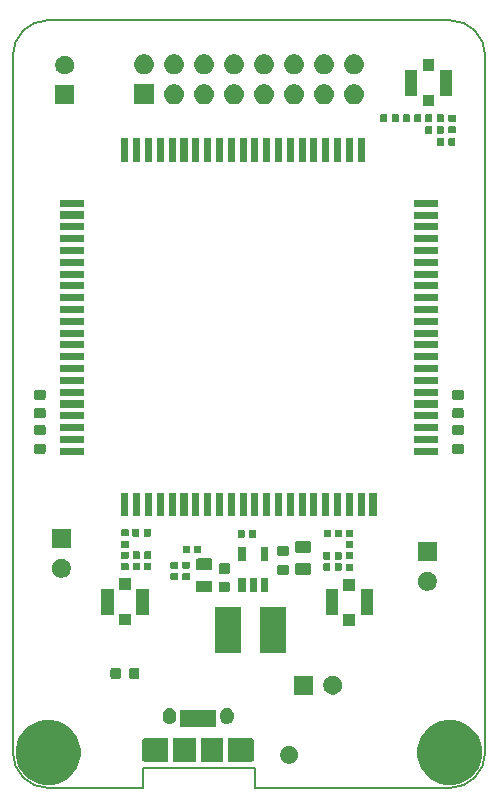
<source format=gts>
G04 #@! TF.GenerationSoftware,KiCad,Pcbnew,(5.1.0-10-g6006703)*
G04 #@! TF.CreationDate,2019-05-20T20:44:00+08:00*
G04 #@! TF.ProjectId,cicada-4g,63696361-6461-42d3-9467-2e6b69636164,0.1*
G04 #@! TF.SameCoordinates,PX7cee6c0PY3dfd240*
G04 #@! TF.FileFunction,Soldermask,Top*
G04 #@! TF.FilePolarity,Negative*
%FSLAX46Y46*%
G04 Gerber Fmt 4.6, Leading zero omitted, Abs format (unit mm)*
G04 Created by KiCad (PCBNEW (5.1.0-10-g6006703)) date 2019-05-20 20:44:00*
%MOMM*%
%LPD*%
G04 APERTURE LIST*
%ADD10C,0.150000*%
G04 APERTURE END LIST*
D10*
X500000Y-60000000D02*
X17000000Y-60000000D01*
X500000Y-58300000D02*
X500000Y-60000000D01*
X-9000000Y-58300000D02*
X500000Y-58300000D01*
X-9000000Y-60000000D02*
X-9000000Y-58300000D01*
X-17000000Y-60000000D02*
G75*
G02X-20000000Y-57000000I0J3000000D01*
G01*
X20000000Y-57000000D02*
G75*
G02X17000000Y-60000000I-3000000J0D01*
G01*
X17000000Y5000000D02*
G75*
G02X20000000Y2000000I0J-3000000D01*
G01*
X-20000000Y2000000D02*
G75*
G02X-17000000Y5000000I3000000J0D01*
G01*
X-20000000Y-57000000D02*
X-20000000Y2000000D01*
X-9000000Y-60000000D02*
X-17000000Y-60000000D01*
X20000000Y2000000D02*
X20000000Y-57000000D01*
X-17000000Y5000000D02*
X17000000Y5000000D01*
G36*
X17802144Y-54355680D02*
G01*
X18302612Y-54562981D01*
X18753022Y-54863935D01*
X19136065Y-55246978D01*
X19437019Y-55697388D01*
X19644320Y-56197856D01*
X19750000Y-56729147D01*
X19750000Y-57270853D01*
X19644320Y-57802144D01*
X19437019Y-58302612D01*
X19136065Y-58753022D01*
X18753022Y-59136065D01*
X18302612Y-59437019D01*
X17802144Y-59644320D01*
X17270853Y-59750000D01*
X16729147Y-59750000D01*
X16197856Y-59644320D01*
X15697388Y-59437019D01*
X15246978Y-59136065D01*
X14863935Y-58753022D01*
X14562981Y-58302612D01*
X14355680Y-57802144D01*
X14250000Y-57270853D01*
X14250000Y-56729147D01*
X14355680Y-56197856D01*
X14562981Y-55697388D01*
X14863935Y-55246978D01*
X15246978Y-54863935D01*
X15697388Y-54562981D01*
X16197856Y-54355680D01*
X16729147Y-54250000D01*
X17270853Y-54250000D01*
X17802144Y-54355680D01*
X17802144Y-54355680D01*
G37*
G36*
X-16197856Y-54355680D02*
G01*
X-15697388Y-54562981D01*
X-15246978Y-54863935D01*
X-14863935Y-55246978D01*
X-14562981Y-55697388D01*
X-14355680Y-56197856D01*
X-14250000Y-56729147D01*
X-14250000Y-57270853D01*
X-14355680Y-57802144D01*
X-14562981Y-58302612D01*
X-14863935Y-58753022D01*
X-15246978Y-59136065D01*
X-15697388Y-59437019D01*
X-16197856Y-59644320D01*
X-16729147Y-59750000D01*
X-17270853Y-59750000D01*
X-17802144Y-59644320D01*
X-18302612Y-59437019D01*
X-18753022Y-59136065D01*
X-19136065Y-58753022D01*
X-19437019Y-58302612D01*
X-19644320Y-57802144D01*
X-19750000Y-57270853D01*
X-19750000Y-56729147D01*
X-19644320Y-56197856D01*
X-19437019Y-55697388D01*
X-19136065Y-55246978D01*
X-18753022Y-54863935D01*
X-18302612Y-54562981D01*
X-17802144Y-54355680D01*
X-17270853Y-54250000D01*
X-16729147Y-54250000D01*
X-16197856Y-54355680D01*
X-16197856Y-54355680D01*
G37*
G36*
X3618766Y-56478821D02*
G01*
X3755257Y-56535358D01*
X3878097Y-56617437D01*
X3982563Y-56721903D01*
X4064642Y-56844743D01*
X4121179Y-56981234D01*
X4150000Y-57126130D01*
X4150000Y-57273870D01*
X4121179Y-57418766D01*
X4064642Y-57555257D01*
X3982563Y-57678097D01*
X3878097Y-57782563D01*
X3755257Y-57864642D01*
X3618766Y-57921179D01*
X3473870Y-57950000D01*
X3326130Y-57950000D01*
X3181234Y-57921179D01*
X3044743Y-57864642D01*
X2921903Y-57782563D01*
X2817437Y-57678097D01*
X2735358Y-57555257D01*
X2678821Y-57418766D01*
X2650000Y-57273870D01*
X2650000Y-57126130D01*
X2678821Y-56981234D01*
X2735358Y-56844743D01*
X2817437Y-56721903D01*
X2921903Y-56617437D01*
X3044743Y-56535358D01*
X3181234Y-56478821D01*
X3326130Y-56450000D01*
X3473870Y-56450000D01*
X3618766Y-56478821D01*
X3618766Y-56478821D01*
G37*
G36*
X-7866227Y-55799398D02*
G01*
X-7853975Y-55800000D01*
X-6850000Y-55800000D01*
X-6850000Y-57800000D01*
X-7853975Y-57800000D01*
X-7866227Y-57800602D01*
X-7900000Y-57803928D01*
X-7933773Y-57800602D01*
X-7946025Y-57800000D01*
X-8835905Y-57800000D01*
X-8836611Y-57799140D01*
X-8855553Y-57783595D01*
X-8877159Y-57772047D01*
X-8892103Y-57765857D01*
X-8941239Y-57733026D01*
X-8983026Y-57691239D01*
X-9015857Y-57642103D01*
X-9022047Y-57627159D01*
X-9033595Y-57605554D01*
X-9049140Y-57586612D01*
X-9050000Y-57585906D01*
X-9050000Y-56014095D01*
X-9049140Y-56013389D01*
X-9033595Y-55994447D01*
X-9022047Y-55972841D01*
X-9015857Y-55957897D01*
X-8983026Y-55908761D01*
X-8941239Y-55866974D01*
X-8892103Y-55834143D01*
X-8877159Y-55827953D01*
X-8855554Y-55816405D01*
X-8836612Y-55800860D01*
X-8835906Y-55800000D01*
X-7946025Y-55800000D01*
X-7933773Y-55799398D01*
X-7900000Y-55796072D01*
X-7866227Y-55799398D01*
X-7866227Y-55799398D01*
G37*
G36*
X-666227Y-55799398D02*
G01*
X-653975Y-55800000D01*
X235905Y-55800000D01*
X236611Y-55800860D01*
X255553Y-55816405D01*
X277159Y-55827953D01*
X292103Y-55834143D01*
X341239Y-55866974D01*
X383026Y-55908761D01*
X415857Y-55957897D01*
X422047Y-55972841D01*
X433595Y-55994446D01*
X449140Y-56013388D01*
X450000Y-56014094D01*
X450000Y-57585905D01*
X449140Y-57586611D01*
X433595Y-57605553D01*
X422047Y-57627159D01*
X415857Y-57642103D01*
X383026Y-57691239D01*
X341239Y-57733026D01*
X292103Y-57765857D01*
X277159Y-57772047D01*
X255554Y-57783595D01*
X236612Y-57799140D01*
X235906Y-57800000D01*
X-653975Y-57800000D01*
X-666227Y-57800602D01*
X-700000Y-57803928D01*
X-733773Y-57800602D01*
X-746025Y-57800000D01*
X-1750000Y-57800000D01*
X-1750000Y-55800000D01*
X-746025Y-55800000D01*
X-733773Y-55799398D01*
X-700000Y-55796072D01*
X-666227Y-55799398D01*
X-666227Y-55799398D01*
G37*
G36*
X-4500000Y-57800000D02*
G01*
X-6400000Y-57800000D01*
X-6400000Y-55800000D01*
X-4500000Y-55800000D01*
X-4500000Y-57800000D01*
X-4500000Y-57800000D01*
G37*
G36*
X-2200000Y-57800000D02*
G01*
X-4100000Y-57800000D01*
X-4100000Y-55800000D01*
X-2200000Y-55800000D01*
X-2200000Y-57800000D01*
X-2200000Y-57800000D01*
G37*
G36*
X-2750000Y-54850000D02*
G01*
X-5850000Y-54850000D01*
X-5850000Y-53400000D01*
X-2750000Y-53400000D01*
X-2750000Y-54850000D01*
X-2750000Y-54850000D01*
G37*
G36*
X-6622387Y-53232325D02*
G01*
X-6612280Y-53233320D01*
X-6558087Y-53249760D01*
X-6503893Y-53266199D01*
X-6404003Y-53319592D01*
X-6316446Y-53391446D01*
X-6244592Y-53479002D01*
X-6191199Y-53578892D01*
X-6158320Y-53687280D01*
X-6150000Y-53771754D01*
X-6150000Y-54028245D01*
X-6157131Y-54100651D01*
X-6158320Y-54112720D01*
X-6174760Y-54166913D01*
X-6191199Y-54221107D01*
X-6191200Y-54221108D01*
X-6244592Y-54320998D01*
X-6266917Y-54348201D01*
X-6316446Y-54408554D01*
X-6404002Y-54480408D01*
X-6503892Y-54533801D01*
X-6558086Y-54550241D01*
X-6612279Y-54566680D01*
X-6622386Y-54567675D01*
X-6725000Y-54577782D01*
X-6827613Y-54567675D01*
X-6837720Y-54566680D01*
X-6891913Y-54550241D01*
X-6946107Y-54533801D01*
X-7045997Y-54480408D01*
X-7133553Y-54408554D01*
X-7205407Y-54320998D01*
X-7258801Y-54221108D01*
X-7291680Y-54112720D01*
X-7300000Y-54028246D01*
X-7300000Y-53771755D01*
X-7291680Y-53687281D01*
X-7291679Y-53687279D01*
X-7258801Y-53578894D01*
X-7258801Y-53578893D01*
X-7205408Y-53479003D01*
X-7133554Y-53391446D01*
X-7045998Y-53319592D01*
X-6946108Y-53266199D01*
X-6891914Y-53249760D01*
X-6837721Y-53233320D01*
X-6827614Y-53232325D01*
X-6725000Y-53222218D01*
X-6622387Y-53232325D01*
X-6622387Y-53232325D01*
G37*
G36*
X-1772387Y-53232325D02*
G01*
X-1762280Y-53233320D01*
X-1708087Y-53249760D01*
X-1653893Y-53266199D01*
X-1554003Y-53319592D01*
X-1466446Y-53391446D01*
X-1394592Y-53479002D01*
X-1341199Y-53578892D01*
X-1308320Y-53687280D01*
X-1300000Y-53771754D01*
X-1300000Y-54028245D01*
X-1307131Y-54100651D01*
X-1308320Y-54112720D01*
X-1324760Y-54166913D01*
X-1341199Y-54221107D01*
X-1341200Y-54221108D01*
X-1394592Y-54320998D01*
X-1416917Y-54348201D01*
X-1466446Y-54408554D01*
X-1554002Y-54480408D01*
X-1653892Y-54533801D01*
X-1708086Y-54550241D01*
X-1762279Y-54566680D01*
X-1772386Y-54567675D01*
X-1875000Y-54577782D01*
X-1977613Y-54567675D01*
X-1987720Y-54566680D01*
X-2041913Y-54550241D01*
X-2096107Y-54533801D01*
X-2195997Y-54480408D01*
X-2283553Y-54408554D01*
X-2355407Y-54320998D01*
X-2408801Y-54221108D01*
X-2441680Y-54112720D01*
X-2450000Y-54028246D01*
X-2450000Y-53771755D01*
X-2441680Y-53687281D01*
X-2441679Y-53687279D01*
X-2408801Y-53578894D01*
X-2408801Y-53578893D01*
X-2355408Y-53479003D01*
X-2283554Y-53391446D01*
X-2195998Y-53319592D01*
X-2096108Y-53266199D01*
X-2041914Y-53249760D01*
X-1987721Y-53233320D01*
X-1977614Y-53232325D01*
X-1875000Y-53222218D01*
X-1772387Y-53232325D01*
X-1772387Y-53232325D01*
G37*
G36*
X7333351Y-50530743D02*
G01*
X7478941Y-50591048D01*
X7609970Y-50678599D01*
X7721401Y-50790030D01*
X7808952Y-50921059D01*
X7869257Y-51066649D01*
X7900000Y-51221206D01*
X7900000Y-51378794D01*
X7869257Y-51533351D01*
X7808952Y-51678941D01*
X7721401Y-51809970D01*
X7609970Y-51921401D01*
X7478941Y-52008952D01*
X7333351Y-52069257D01*
X7178794Y-52100000D01*
X7021206Y-52100000D01*
X6866649Y-52069257D01*
X6721059Y-52008952D01*
X6590030Y-51921401D01*
X6478599Y-51809970D01*
X6391048Y-51678941D01*
X6330743Y-51533351D01*
X6300000Y-51378794D01*
X6300000Y-51221206D01*
X6330743Y-51066649D01*
X6391048Y-50921059D01*
X6478599Y-50790030D01*
X6590030Y-50678599D01*
X6721059Y-50591048D01*
X6866649Y-50530743D01*
X7021206Y-50500000D01*
X7178794Y-50500000D01*
X7333351Y-50530743D01*
X7333351Y-50530743D01*
G37*
G36*
X5400000Y-52100000D02*
G01*
X3800000Y-52100000D01*
X3800000Y-50500000D01*
X5400000Y-50500000D01*
X5400000Y-52100000D01*
X5400000Y-52100000D01*
G37*
G36*
X-9400884Y-49828595D02*
G01*
X-9371689Y-49837452D01*
X-9344777Y-49851837D01*
X-9321192Y-49871192D01*
X-9301837Y-49894777D01*
X-9287452Y-49921689D01*
X-9278595Y-49950884D01*
X-9275000Y-49987390D01*
X-9275000Y-50612610D01*
X-9278595Y-50649116D01*
X-9287452Y-50678311D01*
X-9301837Y-50705223D01*
X-9321192Y-50728808D01*
X-9344777Y-50748163D01*
X-9371689Y-50762548D01*
X-9400884Y-50771405D01*
X-9437390Y-50775000D01*
X-9987610Y-50775000D01*
X-10024116Y-50771405D01*
X-10053311Y-50762548D01*
X-10080223Y-50748163D01*
X-10103808Y-50728808D01*
X-10123163Y-50705223D01*
X-10137548Y-50678311D01*
X-10146405Y-50649116D01*
X-10150000Y-50612610D01*
X-10150000Y-49987390D01*
X-10146405Y-49950884D01*
X-10137548Y-49921689D01*
X-10123163Y-49894777D01*
X-10103808Y-49871192D01*
X-10080223Y-49851837D01*
X-10053311Y-49837452D01*
X-10024116Y-49828595D01*
X-9987610Y-49825000D01*
X-9437390Y-49825000D01*
X-9400884Y-49828595D01*
X-9400884Y-49828595D01*
G37*
G36*
X-10975884Y-49828595D02*
G01*
X-10946689Y-49837452D01*
X-10919777Y-49851837D01*
X-10896192Y-49871192D01*
X-10876837Y-49894777D01*
X-10862452Y-49921689D01*
X-10853595Y-49950884D01*
X-10850000Y-49987390D01*
X-10850000Y-50612610D01*
X-10853595Y-50649116D01*
X-10862452Y-50678311D01*
X-10876837Y-50705223D01*
X-10896192Y-50728808D01*
X-10919777Y-50748163D01*
X-10946689Y-50762548D01*
X-10975884Y-50771405D01*
X-11012390Y-50775000D01*
X-11562610Y-50775000D01*
X-11599116Y-50771405D01*
X-11628311Y-50762548D01*
X-11655223Y-50748163D01*
X-11678808Y-50728808D01*
X-11698163Y-50705223D01*
X-11712548Y-50678311D01*
X-11721405Y-50649116D01*
X-11725000Y-50612610D01*
X-11725000Y-49987390D01*
X-11721405Y-49950884D01*
X-11712548Y-49921689D01*
X-11698163Y-49894777D01*
X-11678808Y-49871192D01*
X-11655223Y-49851837D01*
X-11628311Y-49837452D01*
X-11599116Y-49828595D01*
X-11562610Y-49825000D01*
X-11012390Y-49825000D01*
X-10975884Y-49828595D01*
X-10975884Y-49828595D01*
G37*
G36*
X-700000Y-48600000D02*
G01*
X-2900000Y-48600000D01*
X-2900000Y-44700000D01*
X-700000Y-44700000D01*
X-700000Y-48600000D01*
X-700000Y-48600000D01*
G37*
G36*
X3100000Y-48600000D02*
G01*
X900000Y-48600000D01*
X900000Y-44700000D01*
X3100000Y-44700000D01*
X3100000Y-48600000D01*
X3100000Y-48600000D01*
G37*
G36*
X9000000Y-46300000D02*
G01*
X8000000Y-46300000D01*
X8000000Y-45300000D01*
X9000000Y-45300000D01*
X9000000Y-46300000D01*
X9000000Y-46300000D01*
G37*
G36*
X-10000000Y-46250000D02*
G01*
X-11000000Y-46250000D01*
X-11000000Y-45250000D01*
X-10000000Y-45250000D01*
X-10000000Y-46250000D01*
X-10000000Y-46250000D01*
G37*
G36*
X10500000Y-45400000D02*
G01*
X9450000Y-45400000D01*
X9450000Y-43200000D01*
X10500000Y-43200000D01*
X10500000Y-45400000D01*
X10500000Y-45400000D01*
G37*
G36*
X7550000Y-45400000D02*
G01*
X6500000Y-45400000D01*
X6500000Y-43200000D01*
X7550000Y-43200000D01*
X7550000Y-45400000D01*
X7550000Y-45400000D01*
G37*
G36*
X-8500000Y-45350000D02*
G01*
X-9550000Y-45350000D01*
X-9550000Y-43150000D01*
X-8500000Y-43150000D01*
X-8500000Y-45350000D01*
X-8500000Y-45350000D01*
G37*
G36*
X-11450000Y-45350000D02*
G01*
X-12500000Y-45350000D01*
X-12500000Y-43150000D01*
X-11450000Y-43150000D01*
X-11450000Y-45350000D01*
X-11450000Y-45350000D01*
G37*
G36*
X1650735Y-43447209D02*
G01*
X1000735Y-43447209D01*
X1000735Y-42227209D01*
X1650735Y-42227209D01*
X1650735Y-43447209D01*
X1650735Y-43447209D01*
G37*
G36*
X700735Y-43447209D02*
G01*
X50735Y-43447209D01*
X50735Y-42227209D01*
X700735Y-42227209D01*
X700735Y-43447209D01*
X700735Y-43447209D01*
G37*
G36*
X-249265Y-43447209D02*
G01*
X-899265Y-43447209D01*
X-899265Y-42227209D01*
X-249265Y-42227209D01*
X-249265Y-43447209D01*
X-249265Y-43447209D01*
G37*
G36*
X-1750884Y-42566095D02*
G01*
X-1721689Y-42574952D01*
X-1694777Y-42589337D01*
X-1671192Y-42608692D01*
X-1651837Y-42632277D01*
X-1637452Y-42659189D01*
X-1628595Y-42688384D01*
X-1625000Y-42724890D01*
X-1625000Y-43275110D01*
X-1628595Y-43311616D01*
X-1637452Y-43340811D01*
X-1651837Y-43367723D01*
X-1671192Y-43391308D01*
X-1694777Y-43410663D01*
X-1721689Y-43425048D01*
X-1750884Y-43433905D01*
X-1787390Y-43437500D01*
X-2412610Y-43437500D01*
X-2449116Y-43433905D01*
X-2478311Y-43425048D01*
X-2505223Y-43410663D01*
X-2528808Y-43391308D01*
X-2548163Y-43367723D01*
X-2562548Y-43340811D01*
X-2571405Y-43311616D01*
X-2575000Y-43275110D01*
X-2575000Y-42724890D01*
X-2571405Y-42688384D01*
X-2562548Y-42659189D01*
X-2548163Y-42632277D01*
X-2528808Y-42608692D01*
X-2505223Y-42589337D01*
X-2478311Y-42574952D01*
X-2449116Y-42566095D01*
X-2412610Y-42562500D01*
X-1787390Y-42562500D01*
X-1750884Y-42566095D01*
X-1750884Y-42566095D01*
G37*
G36*
X-3246009Y-42454075D02*
G01*
X-3212121Y-42464355D01*
X-3180888Y-42481050D01*
X-3153514Y-42503514D01*
X-3131050Y-42530888D01*
X-3114355Y-42562121D01*
X-3104075Y-42596009D01*
X-3100000Y-42637388D01*
X-3100000Y-43237612D01*
X-3104075Y-43278991D01*
X-3114355Y-43312879D01*
X-3131050Y-43344112D01*
X-3153514Y-43371486D01*
X-3180888Y-43393950D01*
X-3212121Y-43410645D01*
X-3246009Y-43420925D01*
X-3287388Y-43425000D01*
X-4312612Y-43425000D01*
X-4353991Y-43420925D01*
X-4387879Y-43410645D01*
X-4419112Y-43393950D01*
X-4446486Y-43371486D01*
X-4468950Y-43344112D01*
X-4485645Y-43312879D01*
X-4495925Y-43278991D01*
X-4500000Y-43237612D01*
X-4500000Y-42637388D01*
X-4495925Y-42596009D01*
X-4485645Y-42562121D01*
X-4468950Y-42530888D01*
X-4446486Y-42503514D01*
X-4419112Y-42481050D01*
X-4387879Y-42464355D01*
X-4353991Y-42454075D01*
X-4312612Y-42450000D01*
X-3287388Y-42450000D01*
X-3246009Y-42454075D01*
X-3246009Y-42454075D01*
G37*
G36*
X15333351Y-41730743D02*
G01*
X15478941Y-41791048D01*
X15609970Y-41878599D01*
X15721401Y-41990030D01*
X15808952Y-42121059D01*
X15869257Y-42266649D01*
X15900000Y-42421206D01*
X15900000Y-42578794D01*
X15869257Y-42733351D01*
X15808952Y-42878941D01*
X15721401Y-43009970D01*
X15609970Y-43121401D01*
X15478941Y-43208952D01*
X15333351Y-43269257D01*
X15178794Y-43300000D01*
X15021206Y-43300000D01*
X14866649Y-43269257D01*
X14721059Y-43208952D01*
X14590030Y-43121401D01*
X14478599Y-43009970D01*
X14391048Y-42878941D01*
X14330743Y-42733351D01*
X14300000Y-42578794D01*
X14300000Y-42421206D01*
X14330743Y-42266649D01*
X14391048Y-42121059D01*
X14478599Y-41990030D01*
X14590030Y-41878599D01*
X14721059Y-41791048D01*
X14866649Y-41730743D01*
X15021206Y-41700000D01*
X15178794Y-41700000D01*
X15333351Y-41730743D01*
X15333351Y-41730743D01*
G37*
G36*
X9000000Y-43300000D02*
G01*
X8000000Y-43300000D01*
X8000000Y-42300000D01*
X9000000Y-42300000D01*
X9000000Y-43300000D01*
X9000000Y-43300000D01*
G37*
G36*
X-10000000Y-43250000D02*
G01*
X-11000000Y-43250000D01*
X-11000000Y-42250000D01*
X-10000000Y-42250000D01*
X-10000000Y-43250000D01*
X-10000000Y-43250000D01*
G37*
G36*
X-6072800Y-41819435D02*
G01*
X-6056964Y-41824239D01*
X-6042377Y-41832036D01*
X-6029586Y-41842532D01*
X-6019090Y-41855323D01*
X-6011293Y-41869910D01*
X-6006489Y-41885746D01*
X-6004263Y-41908349D01*
X-6004263Y-42316069D01*
X-6006489Y-42338672D01*
X-6011293Y-42354508D01*
X-6019090Y-42369095D01*
X-6029586Y-42381886D01*
X-6042377Y-42392382D01*
X-6056964Y-42400179D01*
X-6072800Y-42404983D01*
X-6095403Y-42407209D01*
X-6553123Y-42407209D01*
X-6575726Y-42404983D01*
X-6591562Y-42400179D01*
X-6606149Y-42392382D01*
X-6618940Y-42381886D01*
X-6629436Y-42369095D01*
X-6637233Y-42354508D01*
X-6642037Y-42338672D01*
X-6644263Y-42316069D01*
X-6644263Y-41908349D01*
X-6642037Y-41885746D01*
X-6637233Y-41869910D01*
X-6629436Y-41855323D01*
X-6618940Y-41842532D01*
X-6606149Y-41832036D01*
X-6591562Y-41824239D01*
X-6575726Y-41819435D01*
X-6553123Y-41817209D01*
X-6095403Y-41817209D01*
X-6072800Y-41819435D01*
X-6072800Y-41819435D01*
G37*
G36*
X-5072801Y-41819435D02*
G01*
X-5056965Y-41824239D01*
X-5042378Y-41832036D01*
X-5029587Y-41842532D01*
X-5019091Y-41855323D01*
X-5011294Y-41869910D01*
X-5006490Y-41885746D01*
X-5004264Y-41908349D01*
X-5004264Y-42316069D01*
X-5006490Y-42338672D01*
X-5011294Y-42354508D01*
X-5019091Y-42369095D01*
X-5029587Y-42381886D01*
X-5042378Y-42392382D01*
X-5056965Y-42400179D01*
X-5072801Y-42404983D01*
X-5095404Y-42407209D01*
X-5553124Y-42407209D01*
X-5575727Y-42404983D01*
X-5591563Y-42400179D01*
X-5606150Y-42392382D01*
X-5618941Y-42381886D01*
X-5629437Y-42369095D01*
X-5637234Y-42354508D01*
X-5642038Y-42338672D01*
X-5644264Y-42316069D01*
X-5644264Y-41908349D01*
X-5642038Y-41885746D01*
X-5637234Y-41869910D01*
X-5629437Y-41855323D01*
X-5618941Y-41842532D01*
X-5606150Y-41832036D01*
X-5591563Y-41824239D01*
X-5575727Y-41819435D01*
X-5553124Y-41817209D01*
X-5095404Y-41817209D01*
X-5072801Y-41819435D01*
X-5072801Y-41819435D01*
G37*
G36*
X-15666649Y-40630743D02*
G01*
X-15521059Y-40691048D01*
X-15390030Y-40778599D01*
X-15278599Y-40890030D01*
X-15191048Y-41021059D01*
X-15130743Y-41166649D01*
X-15100000Y-41321206D01*
X-15100000Y-41478794D01*
X-15130743Y-41633351D01*
X-15191048Y-41778941D01*
X-15278599Y-41909970D01*
X-15390030Y-42021401D01*
X-15521059Y-42108952D01*
X-15666649Y-42169257D01*
X-15821206Y-42200000D01*
X-15978794Y-42200000D01*
X-16133351Y-42169257D01*
X-16278941Y-42108952D01*
X-16409970Y-42021401D01*
X-16521401Y-41909970D01*
X-16608952Y-41778941D01*
X-16669257Y-41633351D01*
X-16700000Y-41478794D01*
X-16700000Y-41321206D01*
X-16669257Y-41166649D01*
X-16608952Y-41021059D01*
X-16521401Y-40890030D01*
X-16409970Y-40778599D01*
X-16278941Y-40691048D01*
X-16133351Y-40630743D01*
X-15978794Y-40600000D01*
X-15821206Y-40600000D01*
X-15666649Y-40630743D01*
X-15666649Y-40630743D01*
G37*
G36*
X3224852Y-41093301D02*
G01*
X3254047Y-41102158D01*
X3280959Y-41116543D01*
X3304544Y-41135898D01*
X3323899Y-41159483D01*
X3338284Y-41186395D01*
X3347141Y-41215590D01*
X3350736Y-41252096D01*
X3350736Y-41802316D01*
X3347141Y-41838822D01*
X3338284Y-41868017D01*
X3323899Y-41894929D01*
X3304544Y-41918514D01*
X3280959Y-41937869D01*
X3254047Y-41952254D01*
X3224852Y-41961111D01*
X3188346Y-41964706D01*
X2563126Y-41964706D01*
X2526620Y-41961111D01*
X2497425Y-41952254D01*
X2470513Y-41937869D01*
X2446928Y-41918514D01*
X2427573Y-41894929D01*
X2413188Y-41868017D01*
X2404331Y-41838822D01*
X2400736Y-41802316D01*
X2400736Y-41252096D01*
X2404331Y-41215590D01*
X2413188Y-41186395D01*
X2427573Y-41159483D01*
X2446928Y-41135898D01*
X2470513Y-41116543D01*
X2497425Y-41102158D01*
X2526620Y-41093301D01*
X2563126Y-41089706D01*
X3188346Y-41089706D01*
X3224852Y-41093301D01*
X3224852Y-41093301D01*
G37*
G36*
X5129726Y-40981283D02*
G01*
X5163614Y-40991563D01*
X5194847Y-41008258D01*
X5222221Y-41030722D01*
X5244685Y-41058096D01*
X5261380Y-41089329D01*
X5271660Y-41123217D01*
X5275735Y-41164596D01*
X5275735Y-41764820D01*
X5271660Y-41806199D01*
X5261380Y-41840087D01*
X5244685Y-41871320D01*
X5222221Y-41898694D01*
X5194847Y-41921158D01*
X5163614Y-41937853D01*
X5129726Y-41948133D01*
X5088347Y-41952208D01*
X4063123Y-41952208D01*
X4021744Y-41948133D01*
X3987856Y-41937853D01*
X3956623Y-41921158D01*
X3929249Y-41898694D01*
X3906785Y-41871320D01*
X3890090Y-41840087D01*
X3879810Y-41806199D01*
X3875735Y-41764820D01*
X3875735Y-41164596D01*
X3879810Y-41123217D01*
X3890090Y-41089329D01*
X3906785Y-41058096D01*
X3929249Y-41030722D01*
X3956623Y-41008258D01*
X3987856Y-40991563D01*
X4021744Y-40981283D01*
X4063123Y-40977208D01*
X5088347Y-40977208D01*
X5129726Y-40981283D01*
X5129726Y-40981283D01*
G37*
G36*
X-1750884Y-40991095D02*
G01*
X-1721689Y-40999952D01*
X-1694777Y-41014337D01*
X-1671192Y-41033692D01*
X-1651837Y-41057277D01*
X-1637452Y-41084189D01*
X-1628595Y-41113384D01*
X-1625000Y-41149890D01*
X-1625000Y-41700110D01*
X-1628595Y-41736616D01*
X-1637452Y-41765811D01*
X-1651837Y-41792723D01*
X-1671192Y-41816308D01*
X-1694777Y-41835663D01*
X-1721689Y-41850048D01*
X-1750884Y-41858905D01*
X-1787390Y-41862500D01*
X-2412610Y-41862500D01*
X-2449116Y-41858905D01*
X-2478311Y-41850048D01*
X-2505223Y-41835663D01*
X-2528808Y-41816308D01*
X-2548163Y-41792723D01*
X-2562548Y-41765811D01*
X-2571405Y-41736616D01*
X-2575000Y-41700110D01*
X-2575000Y-41149890D01*
X-2571405Y-41113384D01*
X-2562548Y-41084189D01*
X-2548163Y-41057277D01*
X-2528808Y-41033692D01*
X-2505223Y-41014337D01*
X-2478311Y-40999952D01*
X-2449116Y-40991095D01*
X-2412610Y-40987500D01*
X-1787390Y-40987500D01*
X-1750884Y-40991095D01*
X-1750884Y-40991095D01*
G37*
G36*
X7776463Y-40982226D02*
G01*
X7792299Y-40987030D01*
X7806886Y-40994827D01*
X7819677Y-41005323D01*
X7830173Y-41018114D01*
X7837970Y-41032701D01*
X7842774Y-41048537D01*
X7845000Y-41071140D01*
X7845000Y-41528860D01*
X7842774Y-41551463D01*
X7837970Y-41567299D01*
X7830173Y-41581886D01*
X7819677Y-41594677D01*
X7806886Y-41605173D01*
X7792299Y-41612970D01*
X7776463Y-41617774D01*
X7753860Y-41620000D01*
X7346140Y-41620000D01*
X7323537Y-41617774D01*
X7307701Y-41612970D01*
X7293114Y-41605173D01*
X7280323Y-41594677D01*
X7269827Y-41581886D01*
X7262030Y-41567299D01*
X7257226Y-41551463D01*
X7255000Y-41528860D01*
X7255000Y-41071140D01*
X7257226Y-41048537D01*
X7262030Y-41032701D01*
X7269827Y-41018114D01*
X7280323Y-41005323D01*
X7293114Y-40994827D01*
X7307701Y-40987030D01*
X7323537Y-40982226D01*
X7346140Y-40980000D01*
X7753860Y-40980000D01*
X7776463Y-40982226D01*
X7776463Y-40982226D01*
G37*
G36*
X6806463Y-40982226D02*
G01*
X6822299Y-40987030D01*
X6836886Y-40994827D01*
X6849677Y-41005323D01*
X6860173Y-41018114D01*
X6867970Y-41032701D01*
X6872774Y-41048537D01*
X6875000Y-41071140D01*
X6875000Y-41528860D01*
X6872774Y-41551463D01*
X6867970Y-41567299D01*
X6860173Y-41581886D01*
X6849677Y-41594677D01*
X6836886Y-41605173D01*
X6822299Y-41612970D01*
X6806463Y-41617774D01*
X6783860Y-41620000D01*
X6376140Y-41620000D01*
X6353537Y-41617774D01*
X6337701Y-41612970D01*
X6323114Y-41605173D01*
X6310323Y-41594677D01*
X6299827Y-41581886D01*
X6292030Y-41567299D01*
X6287226Y-41551463D01*
X6285000Y-41528860D01*
X6285000Y-41071140D01*
X6287226Y-41048537D01*
X6292030Y-41032701D01*
X6299827Y-41018114D01*
X6310323Y-41005323D01*
X6323114Y-40994827D01*
X6337701Y-40987030D01*
X6353537Y-40982226D01*
X6376140Y-40980000D01*
X6783860Y-40980000D01*
X6806463Y-40982226D01*
X6806463Y-40982226D01*
G37*
G36*
X8751463Y-41027226D02*
G01*
X8767299Y-41032030D01*
X8781886Y-41039827D01*
X8794677Y-41050323D01*
X8805173Y-41063114D01*
X8812970Y-41077701D01*
X8817774Y-41093537D01*
X8820000Y-41116140D01*
X8820000Y-41523860D01*
X8817774Y-41546463D01*
X8812970Y-41562299D01*
X8805173Y-41576886D01*
X8794677Y-41589677D01*
X8781886Y-41600173D01*
X8767299Y-41607970D01*
X8751463Y-41612774D01*
X8728860Y-41615000D01*
X8271140Y-41615000D01*
X8248537Y-41612774D01*
X8232701Y-41607970D01*
X8218114Y-41600173D01*
X8205323Y-41589677D01*
X8194827Y-41576886D01*
X8187030Y-41562299D01*
X8182226Y-41546463D01*
X8180000Y-41523860D01*
X8180000Y-41116140D01*
X8182226Y-41093537D01*
X8187030Y-41077701D01*
X8194827Y-41063114D01*
X8205323Y-41050323D01*
X8218114Y-41039827D01*
X8232701Y-41032030D01*
X8248537Y-41027226D01*
X8271140Y-41025000D01*
X8728860Y-41025000D01*
X8751463Y-41027226D01*
X8751463Y-41027226D01*
G37*
G36*
X-9323537Y-40932226D02*
G01*
X-9307701Y-40937030D01*
X-9293114Y-40944827D01*
X-9280323Y-40955323D01*
X-9269827Y-40968114D01*
X-9262030Y-40982701D01*
X-9257226Y-40998537D01*
X-9255000Y-41021140D01*
X-9255000Y-41478860D01*
X-9257226Y-41501463D01*
X-9262030Y-41517299D01*
X-9269827Y-41531886D01*
X-9280323Y-41544677D01*
X-9293114Y-41555173D01*
X-9307701Y-41562970D01*
X-9323537Y-41567774D01*
X-9346140Y-41570000D01*
X-9753860Y-41570000D01*
X-9776463Y-41567774D01*
X-9792299Y-41562970D01*
X-9806886Y-41555173D01*
X-9819677Y-41544677D01*
X-9830173Y-41531886D01*
X-9837970Y-41517299D01*
X-9842774Y-41501463D01*
X-9845000Y-41478860D01*
X-9845000Y-41021140D01*
X-9842774Y-40998537D01*
X-9837970Y-40982701D01*
X-9830173Y-40968114D01*
X-9819677Y-40955323D01*
X-9806886Y-40944827D01*
X-9792299Y-40937030D01*
X-9776463Y-40932226D01*
X-9753860Y-40930000D01*
X-9346140Y-40930000D01*
X-9323537Y-40932226D01*
X-9323537Y-40932226D01*
G37*
G36*
X-8353537Y-40932226D02*
G01*
X-8337701Y-40937030D01*
X-8323114Y-40944827D01*
X-8310323Y-40955323D01*
X-8299827Y-40968114D01*
X-8292030Y-40982701D01*
X-8287226Y-40998537D01*
X-8285000Y-41021140D01*
X-8285000Y-41478860D01*
X-8287226Y-41501463D01*
X-8292030Y-41517299D01*
X-8299827Y-41531886D01*
X-8310323Y-41544677D01*
X-8323114Y-41555173D01*
X-8337701Y-41562970D01*
X-8353537Y-41567774D01*
X-8376140Y-41570000D01*
X-8783860Y-41570000D01*
X-8806463Y-41567774D01*
X-8822299Y-41562970D01*
X-8836886Y-41555173D01*
X-8849677Y-41544677D01*
X-8860173Y-41531886D01*
X-8867970Y-41517299D01*
X-8872774Y-41501463D01*
X-8875000Y-41478860D01*
X-8875000Y-41021140D01*
X-8872774Y-40998537D01*
X-8867970Y-40982701D01*
X-8860173Y-40968114D01*
X-8849677Y-40955323D01*
X-8836886Y-40944827D01*
X-8822299Y-40937030D01*
X-8806463Y-40932226D01*
X-8783860Y-40930000D01*
X-8376140Y-40930000D01*
X-8353537Y-40932226D01*
X-8353537Y-40932226D01*
G37*
G36*
X-10248537Y-40977226D02*
G01*
X-10232701Y-40982030D01*
X-10218114Y-40989827D01*
X-10205323Y-41000323D01*
X-10194827Y-41013114D01*
X-10187030Y-41027701D01*
X-10182226Y-41043537D01*
X-10180000Y-41066140D01*
X-10180000Y-41473860D01*
X-10182226Y-41496463D01*
X-10187030Y-41512299D01*
X-10194827Y-41526886D01*
X-10205323Y-41539677D01*
X-10218114Y-41550173D01*
X-10232701Y-41557970D01*
X-10248537Y-41562774D01*
X-10271140Y-41565000D01*
X-10728860Y-41565000D01*
X-10751463Y-41562774D01*
X-10767299Y-41557970D01*
X-10781886Y-41550173D01*
X-10794677Y-41539677D01*
X-10805173Y-41526886D01*
X-10812970Y-41512299D01*
X-10817774Y-41496463D01*
X-10820000Y-41473860D01*
X-10820000Y-41066140D01*
X-10817774Y-41043537D01*
X-10812970Y-41027701D01*
X-10805173Y-41013114D01*
X-10794677Y-41000323D01*
X-10781886Y-40989827D01*
X-10767299Y-40982030D01*
X-10751463Y-40977226D01*
X-10728860Y-40975000D01*
X-10271140Y-40975000D01*
X-10248537Y-40977226D01*
X-10248537Y-40977226D01*
G37*
G36*
X-3246009Y-40579075D02*
G01*
X-3212121Y-40589355D01*
X-3180888Y-40606050D01*
X-3153514Y-40628514D01*
X-3131050Y-40655888D01*
X-3114355Y-40687121D01*
X-3104075Y-40721009D01*
X-3100000Y-40762388D01*
X-3100000Y-41362612D01*
X-3104075Y-41403991D01*
X-3114355Y-41437879D01*
X-3131050Y-41469112D01*
X-3153514Y-41496486D01*
X-3180888Y-41518950D01*
X-3212121Y-41535645D01*
X-3246009Y-41545925D01*
X-3287388Y-41550000D01*
X-4312612Y-41550000D01*
X-4353991Y-41545925D01*
X-4387879Y-41535645D01*
X-4419112Y-41518950D01*
X-4446486Y-41496486D01*
X-4468950Y-41469112D01*
X-4485645Y-41437879D01*
X-4495925Y-41403991D01*
X-4500000Y-41362612D01*
X-4500000Y-40762388D01*
X-4495925Y-40721009D01*
X-4485645Y-40687121D01*
X-4468950Y-40655888D01*
X-4446486Y-40628514D01*
X-4419112Y-40606050D01*
X-4387879Y-40589355D01*
X-4353991Y-40579075D01*
X-4312612Y-40575000D01*
X-3287388Y-40575000D01*
X-3246009Y-40579075D01*
X-3246009Y-40579075D01*
G37*
G36*
X-5072801Y-40849435D02*
G01*
X-5056965Y-40854239D01*
X-5042378Y-40862036D01*
X-5029587Y-40872532D01*
X-5019091Y-40885323D01*
X-5011294Y-40899910D01*
X-5006490Y-40915746D01*
X-5004264Y-40938349D01*
X-5004264Y-41346069D01*
X-5006490Y-41368672D01*
X-5011294Y-41384508D01*
X-5019091Y-41399095D01*
X-5029587Y-41411886D01*
X-5042378Y-41422382D01*
X-5056965Y-41430179D01*
X-5072801Y-41434983D01*
X-5095404Y-41437209D01*
X-5553124Y-41437209D01*
X-5575727Y-41434983D01*
X-5591563Y-41430179D01*
X-5606150Y-41422382D01*
X-5618941Y-41411886D01*
X-5629437Y-41399095D01*
X-5637234Y-41384508D01*
X-5642038Y-41368672D01*
X-5644264Y-41346069D01*
X-5644264Y-40938349D01*
X-5642038Y-40915746D01*
X-5637234Y-40899910D01*
X-5629437Y-40885323D01*
X-5618941Y-40872532D01*
X-5606150Y-40862036D01*
X-5591563Y-40854239D01*
X-5575727Y-40849435D01*
X-5553124Y-40847209D01*
X-5095404Y-40847209D01*
X-5072801Y-40849435D01*
X-5072801Y-40849435D01*
G37*
G36*
X-6072800Y-40849435D02*
G01*
X-6056964Y-40854239D01*
X-6042377Y-40862036D01*
X-6029586Y-40872532D01*
X-6019090Y-40885323D01*
X-6011293Y-40899910D01*
X-6006489Y-40915746D01*
X-6004263Y-40938349D01*
X-6004263Y-41346069D01*
X-6006489Y-41368672D01*
X-6011293Y-41384508D01*
X-6019090Y-41399095D01*
X-6029586Y-41411886D01*
X-6042377Y-41422382D01*
X-6056964Y-41430179D01*
X-6072800Y-41434983D01*
X-6095403Y-41437209D01*
X-6553123Y-41437209D01*
X-6575726Y-41434983D01*
X-6591562Y-41430179D01*
X-6606149Y-41422382D01*
X-6618940Y-41411886D01*
X-6629436Y-41399095D01*
X-6637233Y-41384508D01*
X-6642037Y-41368672D01*
X-6644263Y-41346069D01*
X-6644263Y-40938349D01*
X-6642037Y-40915746D01*
X-6637233Y-40899910D01*
X-6629436Y-40885323D01*
X-6618940Y-40872532D01*
X-6606149Y-40862036D01*
X-6591562Y-40854239D01*
X-6575726Y-40849435D01*
X-6553123Y-40847209D01*
X-6095403Y-40847209D01*
X-6072800Y-40849435D01*
X-6072800Y-40849435D01*
G37*
G36*
X1650735Y-40827209D02*
G01*
X1000735Y-40827209D01*
X1000735Y-39607209D01*
X1650735Y-39607209D01*
X1650735Y-40827209D01*
X1650735Y-40827209D01*
G37*
G36*
X-249265Y-40827209D02*
G01*
X-899265Y-40827209D01*
X-899265Y-39607209D01*
X-249265Y-39607209D01*
X-249265Y-40827209D01*
X-249265Y-40827209D01*
G37*
G36*
X15900000Y-40800000D02*
G01*
X14300000Y-40800000D01*
X14300000Y-39200000D01*
X15900000Y-39200000D01*
X15900000Y-40800000D01*
X15900000Y-40800000D01*
G37*
G36*
X7776463Y-40032226D02*
G01*
X7792299Y-40037030D01*
X7806886Y-40044827D01*
X7819677Y-40055323D01*
X7830173Y-40068114D01*
X7837970Y-40082701D01*
X7842774Y-40098537D01*
X7845000Y-40121140D01*
X7845000Y-40578860D01*
X7842774Y-40601463D01*
X7837970Y-40617299D01*
X7830173Y-40631886D01*
X7819677Y-40644677D01*
X7806886Y-40655173D01*
X7792299Y-40662970D01*
X7776463Y-40667774D01*
X7753860Y-40670000D01*
X7346140Y-40670000D01*
X7323537Y-40667774D01*
X7307701Y-40662970D01*
X7293114Y-40655173D01*
X7280323Y-40644677D01*
X7269827Y-40631886D01*
X7262030Y-40617299D01*
X7257226Y-40601463D01*
X7255000Y-40578860D01*
X7255000Y-40121140D01*
X7257226Y-40098537D01*
X7262030Y-40082701D01*
X7269827Y-40068114D01*
X7280323Y-40055323D01*
X7293114Y-40044827D01*
X7307701Y-40037030D01*
X7323537Y-40032226D01*
X7346140Y-40030000D01*
X7753860Y-40030000D01*
X7776463Y-40032226D01*
X7776463Y-40032226D01*
G37*
G36*
X6806463Y-40032226D02*
G01*
X6822299Y-40037030D01*
X6836886Y-40044827D01*
X6849677Y-40055323D01*
X6860173Y-40068114D01*
X6867970Y-40082701D01*
X6872774Y-40098537D01*
X6875000Y-40121140D01*
X6875000Y-40578860D01*
X6872774Y-40601463D01*
X6867970Y-40617299D01*
X6860173Y-40631886D01*
X6849677Y-40644677D01*
X6836886Y-40655173D01*
X6822299Y-40662970D01*
X6806463Y-40667774D01*
X6783860Y-40670000D01*
X6376140Y-40670000D01*
X6353537Y-40667774D01*
X6337701Y-40662970D01*
X6323114Y-40655173D01*
X6310323Y-40644677D01*
X6299827Y-40631886D01*
X6292030Y-40617299D01*
X6287226Y-40601463D01*
X6285000Y-40578860D01*
X6285000Y-40121140D01*
X6287226Y-40098537D01*
X6292030Y-40082701D01*
X6299827Y-40068114D01*
X6310323Y-40055323D01*
X6323114Y-40044827D01*
X6337701Y-40037030D01*
X6353537Y-40032226D01*
X6376140Y-40030000D01*
X6783860Y-40030000D01*
X6806463Y-40032226D01*
X6806463Y-40032226D01*
G37*
G36*
X8751463Y-40057226D02*
G01*
X8767299Y-40062030D01*
X8781886Y-40069827D01*
X8794677Y-40080323D01*
X8805173Y-40093114D01*
X8812970Y-40107701D01*
X8817774Y-40123537D01*
X8820000Y-40146140D01*
X8820000Y-40553860D01*
X8817774Y-40576463D01*
X8812970Y-40592299D01*
X8805173Y-40606886D01*
X8794677Y-40619677D01*
X8781886Y-40630173D01*
X8767299Y-40637970D01*
X8751463Y-40642774D01*
X8728860Y-40645000D01*
X8271140Y-40645000D01*
X8248537Y-40642774D01*
X8232701Y-40637970D01*
X8218114Y-40630173D01*
X8205323Y-40619677D01*
X8194827Y-40606886D01*
X8187030Y-40592299D01*
X8182226Y-40576463D01*
X8180000Y-40553860D01*
X8180000Y-40146140D01*
X8182226Y-40123537D01*
X8187030Y-40107701D01*
X8194827Y-40093114D01*
X8205323Y-40080323D01*
X8218114Y-40069827D01*
X8232701Y-40062030D01*
X8248537Y-40057226D01*
X8271140Y-40055000D01*
X8728860Y-40055000D01*
X8751463Y-40057226D01*
X8751463Y-40057226D01*
G37*
G36*
X-8338537Y-39982226D02*
G01*
X-8322701Y-39987030D01*
X-8308114Y-39994827D01*
X-8295323Y-40005323D01*
X-8284827Y-40018114D01*
X-8277030Y-40032701D01*
X-8272226Y-40048537D01*
X-8270000Y-40071140D01*
X-8270000Y-40528860D01*
X-8272226Y-40551463D01*
X-8277030Y-40567299D01*
X-8284827Y-40581886D01*
X-8295323Y-40594677D01*
X-8308114Y-40605173D01*
X-8322701Y-40612970D01*
X-8338537Y-40617774D01*
X-8361140Y-40620000D01*
X-8768860Y-40620000D01*
X-8791463Y-40617774D01*
X-8807299Y-40612970D01*
X-8821886Y-40605173D01*
X-8834677Y-40594677D01*
X-8845173Y-40581886D01*
X-8852970Y-40567299D01*
X-8857774Y-40551463D01*
X-8860000Y-40528860D01*
X-8860000Y-40071140D01*
X-8857774Y-40048537D01*
X-8852970Y-40032701D01*
X-8845173Y-40018114D01*
X-8834677Y-40005323D01*
X-8821886Y-39994827D01*
X-8807299Y-39987030D01*
X-8791463Y-39982226D01*
X-8768860Y-39980000D01*
X-8361140Y-39980000D01*
X-8338537Y-39982226D01*
X-8338537Y-39982226D01*
G37*
G36*
X-9308537Y-39982226D02*
G01*
X-9292701Y-39987030D01*
X-9278114Y-39994827D01*
X-9265323Y-40005323D01*
X-9254827Y-40018114D01*
X-9247030Y-40032701D01*
X-9242226Y-40048537D01*
X-9240000Y-40071140D01*
X-9240000Y-40528860D01*
X-9242226Y-40551463D01*
X-9247030Y-40567299D01*
X-9254827Y-40581886D01*
X-9265323Y-40594677D01*
X-9278114Y-40605173D01*
X-9292701Y-40612970D01*
X-9308537Y-40617774D01*
X-9331140Y-40620000D01*
X-9738860Y-40620000D01*
X-9761463Y-40617774D01*
X-9777299Y-40612970D01*
X-9791886Y-40605173D01*
X-9804677Y-40594677D01*
X-9815173Y-40581886D01*
X-9822970Y-40567299D01*
X-9827774Y-40551463D01*
X-9830000Y-40528860D01*
X-9830000Y-40071140D01*
X-9827774Y-40048537D01*
X-9822970Y-40032701D01*
X-9815173Y-40018114D01*
X-9804677Y-40005323D01*
X-9791886Y-39994827D01*
X-9777299Y-39987030D01*
X-9761463Y-39982226D01*
X-9738860Y-39980000D01*
X-9331140Y-39980000D01*
X-9308537Y-39982226D01*
X-9308537Y-39982226D01*
G37*
G36*
X-10248537Y-40007226D02*
G01*
X-10232701Y-40012030D01*
X-10218114Y-40019827D01*
X-10205323Y-40030323D01*
X-10194827Y-40043114D01*
X-10187030Y-40057701D01*
X-10182226Y-40073537D01*
X-10180000Y-40096140D01*
X-10180000Y-40503860D01*
X-10182226Y-40526463D01*
X-10187030Y-40542299D01*
X-10194827Y-40556886D01*
X-10205323Y-40569677D01*
X-10218114Y-40580173D01*
X-10232701Y-40587970D01*
X-10248537Y-40592774D01*
X-10271140Y-40595000D01*
X-10728860Y-40595000D01*
X-10751463Y-40592774D01*
X-10767299Y-40587970D01*
X-10781886Y-40580173D01*
X-10794677Y-40569677D01*
X-10805173Y-40556886D01*
X-10812970Y-40542299D01*
X-10817774Y-40526463D01*
X-10820000Y-40503860D01*
X-10820000Y-40096140D01*
X-10817774Y-40073537D01*
X-10812970Y-40057701D01*
X-10805173Y-40043114D01*
X-10794677Y-40030323D01*
X-10781886Y-40019827D01*
X-10767299Y-40012030D01*
X-10751463Y-40007226D01*
X-10728860Y-40005000D01*
X-10271140Y-40005000D01*
X-10248537Y-40007226D01*
X-10248537Y-40007226D01*
G37*
G36*
X3224852Y-39518301D02*
G01*
X3254047Y-39527158D01*
X3280959Y-39541543D01*
X3304544Y-39560898D01*
X3323899Y-39584483D01*
X3338284Y-39611395D01*
X3347141Y-39640590D01*
X3350736Y-39677096D01*
X3350736Y-40227316D01*
X3347141Y-40263822D01*
X3338284Y-40293017D01*
X3323899Y-40319929D01*
X3304544Y-40343514D01*
X3280959Y-40362869D01*
X3254047Y-40377254D01*
X3224852Y-40386111D01*
X3188346Y-40389706D01*
X2563126Y-40389706D01*
X2526620Y-40386111D01*
X2497425Y-40377254D01*
X2470513Y-40362869D01*
X2446928Y-40343514D01*
X2427573Y-40319929D01*
X2413188Y-40293017D01*
X2404331Y-40263822D01*
X2400736Y-40227316D01*
X2400736Y-39677096D01*
X2404331Y-39640590D01*
X2413188Y-39611395D01*
X2427573Y-39584483D01*
X2446928Y-39560898D01*
X2470513Y-39541543D01*
X2497425Y-39527158D01*
X2526620Y-39518301D01*
X2563126Y-39514706D01*
X3188346Y-39514706D01*
X3224852Y-39518301D01*
X3224852Y-39518301D01*
G37*
G36*
X-5082801Y-39482226D02*
G01*
X-5066965Y-39487030D01*
X-5052378Y-39494827D01*
X-5039587Y-39505323D01*
X-5029091Y-39518114D01*
X-5021294Y-39532701D01*
X-5016490Y-39548537D01*
X-5014264Y-39571140D01*
X-5014264Y-40028860D01*
X-5016490Y-40051463D01*
X-5021294Y-40067299D01*
X-5029091Y-40081886D01*
X-5039587Y-40094677D01*
X-5052378Y-40105173D01*
X-5066965Y-40112970D01*
X-5082801Y-40117774D01*
X-5105404Y-40120000D01*
X-5513124Y-40120000D01*
X-5535727Y-40117774D01*
X-5551563Y-40112970D01*
X-5566150Y-40105173D01*
X-5578941Y-40094677D01*
X-5589437Y-40081886D01*
X-5597234Y-40067299D01*
X-5602038Y-40051463D01*
X-5604264Y-40028860D01*
X-5604264Y-39571140D01*
X-5602038Y-39548537D01*
X-5597234Y-39532701D01*
X-5589437Y-39518114D01*
X-5578941Y-39505323D01*
X-5566150Y-39494827D01*
X-5551563Y-39487030D01*
X-5535727Y-39482226D01*
X-5513124Y-39480000D01*
X-5105404Y-39480000D01*
X-5082801Y-39482226D01*
X-5082801Y-39482226D01*
G37*
G36*
X-4112801Y-39482226D02*
G01*
X-4096965Y-39487030D01*
X-4082378Y-39494827D01*
X-4069587Y-39505323D01*
X-4059091Y-39518114D01*
X-4051294Y-39532701D01*
X-4046490Y-39548537D01*
X-4044264Y-39571140D01*
X-4044264Y-40028860D01*
X-4046490Y-40051463D01*
X-4051294Y-40067299D01*
X-4059091Y-40081886D01*
X-4069587Y-40094677D01*
X-4082378Y-40105173D01*
X-4096965Y-40112970D01*
X-4112801Y-40117774D01*
X-4135404Y-40120000D01*
X-4543124Y-40120000D01*
X-4565727Y-40117774D01*
X-4581563Y-40112970D01*
X-4596150Y-40105173D01*
X-4608941Y-40094677D01*
X-4619437Y-40081886D01*
X-4627234Y-40067299D01*
X-4632038Y-40051463D01*
X-4634264Y-40028860D01*
X-4634264Y-39571140D01*
X-4632038Y-39548537D01*
X-4627234Y-39532701D01*
X-4619437Y-39518114D01*
X-4608941Y-39505323D01*
X-4596150Y-39494827D01*
X-4581563Y-39487030D01*
X-4565727Y-39482226D01*
X-4543124Y-39480000D01*
X-4135404Y-39480000D01*
X-4112801Y-39482226D01*
X-4112801Y-39482226D01*
G37*
G36*
X5129726Y-39106283D02*
G01*
X5163614Y-39116563D01*
X5194847Y-39133258D01*
X5222221Y-39155722D01*
X5244685Y-39183096D01*
X5261380Y-39214329D01*
X5271660Y-39248217D01*
X5275735Y-39289596D01*
X5275735Y-39889820D01*
X5271660Y-39931199D01*
X5261380Y-39965087D01*
X5244685Y-39996320D01*
X5222221Y-40023694D01*
X5194847Y-40046158D01*
X5163614Y-40062853D01*
X5129726Y-40073133D01*
X5088347Y-40077208D01*
X4063123Y-40077208D01*
X4021744Y-40073133D01*
X3987856Y-40062853D01*
X3956623Y-40046158D01*
X3929249Y-40023694D01*
X3906785Y-39996320D01*
X3890090Y-39965087D01*
X3879810Y-39931199D01*
X3875735Y-39889820D01*
X3875735Y-39289596D01*
X3879810Y-39248217D01*
X3890090Y-39214329D01*
X3906785Y-39183096D01*
X3929249Y-39155722D01*
X3956623Y-39133258D01*
X3987856Y-39116563D01*
X4021744Y-39106283D01*
X4063123Y-39102208D01*
X5088347Y-39102208D01*
X5129726Y-39106283D01*
X5129726Y-39106283D01*
G37*
G36*
X8751463Y-39127226D02*
G01*
X8767299Y-39132030D01*
X8781886Y-39139827D01*
X8794677Y-39150323D01*
X8805173Y-39163114D01*
X8812970Y-39177701D01*
X8817774Y-39193537D01*
X8820000Y-39216140D01*
X8820000Y-39623860D01*
X8817774Y-39646463D01*
X8812970Y-39662299D01*
X8805173Y-39676886D01*
X8794677Y-39689677D01*
X8781886Y-39700173D01*
X8767299Y-39707970D01*
X8751463Y-39712774D01*
X8728860Y-39715000D01*
X8271140Y-39715000D01*
X8248537Y-39712774D01*
X8232701Y-39707970D01*
X8218114Y-39700173D01*
X8205323Y-39689677D01*
X8194827Y-39676886D01*
X8187030Y-39662299D01*
X8182226Y-39646463D01*
X8180000Y-39623860D01*
X8180000Y-39216140D01*
X8182226Y-39193537D01*
X8187030Y-39177701D01*
X8194827Y-39163114D01*
X8205323Y-39150323D01*
X8218114Y-39139827D01*
X8232701Y-39132030D01*
X8248537Y-39127226D01*
X8271140Y-39125000D01*
X8728860Y-39125000D01*
X8751463Y-39127226D01*
X8751463Y-39127226D01*
G37*
G36*
X-15100000Y-39700000D02*
G01*
X-16700000Y-39700000D01*
X-16700000Y-38100000D01*
X-15100000Y-38100000D01*
X-15100000Y-39700000D01*
X-15100000Y-39700000D01*
G37*
G36*
X-10248537Y-39092226D02*
G01*
X-10232701Y-39097030D01*
X-10218114Y-39104827D01*
X-10205323Y-39115323D01*
X-10194827Y-39128114D01*
X-10187030Y-39142701D01*
X-10182226Y-39158537D01*
X-10180000Y-39181140D01*
X-10180000Y-39588860D01*
X-10182226Y-39611463D01*
X-10187030Y-39627299D01*
X-10194827Y-39641886D01*
X-10205323Y-39654677D01*
X-10218114Y-39665173D01*
X-10232701Y-39672970D01*
X-10248537Y-39677774D01*
X-10271140Y-39680000D01*
X-10728860Y-39680000D01*
X-10751463Y-39677774D01*
X-10767299Y-39672970D01*
X-10781886Y-39665173D01*
X-10794677Y-39654677D01*
X-10805173Y-39641886D01*
X-10812970Y-39627299D01*
X-10817774Y-39611463D01*
X-10820000Y-39588860D01*
X-10820000Y-39181140D01*
X-10817774Y-39158537D01*
X-10812970Y-39142701D01*
X-10805173Y-39128114D01*
X-10794677Y-39115323D01*
X-10781886Y-39104827D01*
X-10767299Y-39097030D01*
X-10751463Y-39092226D01*
X-10728860Y-39090000D01*
X-10271140Y-39090000D01*
X-10248537Y-39092226D01*
X-10248537Y-39092226D01*
G37*
G36*
X526463Y-38182226D02*
G01*
X542299Y-38187030D01*
X556886Y-38194827D01*
X569677Y-38205323D01*
X580173Y-38218114D01*
X587970Y-38232701D01*
X592774Y-38248537D01*
X595000Y-38271140D01*
X595000Y-38728860D01*
X592774Y-38751463D01*
X587970Y-38767299D01*
X580173Y-38781886D01*
X569677Y-38794677D01*
X556886Y-38805173D01*
X542299Y-38812970D01*
X526463Y-38817774D01*
X503860Y-38820000D01*
X96140Y-38820000D01*
X73537Y-38817774D01*
X57701Y-38812970D01*
X43114Y-38805173D01*
X30323Y-38794677D01*
X19827Y-38781886D01*
X12030Y-38767299D01*
X7226Y-38751463D01*
X5000Y-38728860D01*
X5000Y-38271140D01*
X7226Y-38248537D01*
X12030Y-38232701D01*
X19827Y-38218114D01*
X30323Y-38205323D01*
X43114Y-38194827D01*
X57701Y-38187030D01*
X73537Y-38182226D01*
X96140Y-38180000D01*
X503860Y-38180000D01*
X526463Y-38182226D01*
X526463Y-38182226D01*
G37*
G36*
X-443537Y-38182226D02*
G01*
X-427701Y-38187030D01*
X-413114Y-38194827D01*
X-400323Y-38205323D01*
X-389827Y-38218114D01*
X-382030Y-38232701D01*
X-377226Y-38248537D01*
X-375000Y-38271140D01*
X-375000Y-38728860D01*
X-377226Y-38751463D01*
X-382030Y-38767299D01*
X-389827Y-38781886D01*
X-400323Y-38794677D01*
X-413114Y-38805173D01*
X-427701Y-38812970D01*
X-443537Y-38817774D01*
X-466140Y-38820000D01*
X-873860Y-38820000D01*
X-896463Y-38817774D01*
X-912299Y-38812970D01*
X-926886Y-38805173D01*
X-939677Y-38794677D01*
X-950173Y-38781886D01*
X-957970Y-38767299D01*
X-962774Y-38751463D01*
X-965000Y-38728860D01*
X-965000Y-38271140D01*
X-962774Y-38248537D01*
X-957970Y-38232701D01*
X-950173Y-38218114D01*
X-939677Y-38205323D01*
X-926886Y-38194827D01*
X-912299Y-38187030D01*
X-896463Y-38182226D01*
X-873860Y-38180000D01*
X-466140Y-38180000D01*
X-443537Y-38182226D01*
X-443537Y-38182226D01*
G37*
G36*
X7811463Y-38132226D02*
G01*
X7827299Y-38137030D01*
X7841886Y-38144827D01*
X7854677Y-38155323D01*
X7865173Y-38168114D01*
X7872970Y-38182701D01*
X7877774Y-38198537D01*
X7880000Y-38221140D01*
X7880000Y-38678860D01*
X7877774Y-38701463D01*
X7872970Y-38717299D01*
X7865173Y-38731886D01*
X7854677Y-38744677D01*
X7841886Y-38755173D01*
X7827299Y-38762970D01*
X7811463Y-38767774D01*
X7788860Y-38770000D01*
X7381140Y-38770000D01*
X7358537Y-38767774D01*
X7342701Y-38762970D01*
X7328114Y-38755173D01*
X7315323Y-38744677D01*
X7304827Y-38731886D01*
X7297030Y-38717299D01*
X7292226Y-38701463D01*
X7290000Y-38678860D01*
X7290000Y-38221140D01*
X7292226Y-38198537D01*
X7297030Y-38182701D01*
X7304827Y-38168114D01*
X7315323Y-38155323D01*
X7328114Y-38144827D01*
X7342701Y-38137030D01*
X7358537Y-38132226D01*
X7381140Y-38130000D01*
X7788860Y-38130000D01*
X7811463Y-38132226D01*
X7811463Y-38132226D01*
G37*
G36*
X6841463Y-38132226D02*
G01*
X6857299Y-38137030D01*
X6871886Y-38144827D01*
X6884677Y-38155323D01*
X6895173Y-38168114D01*
X6902970Y-38182701D01*
X6907774Y-38198537D01*
X6910000Y-38221140D01*
X6910000Y-38678860D01*
X6907774Y-38701463D01*
X6902970Y-38717299D01*
X6895173Y-38731886D01*
X6884677Y-38744677D01*
X6871886Y-38755173D01*
X6857299Y-38762970D01*
X6841463Y-38767774D01*
X6818860Y-38770000D01*
X6411140Y-38770000D01*
X6388537Y-38767774D01*
X6372701Y-38762970D01*
X6358114Y-38755173D01*
X6345323Y-38744677D01*
X6334827Y-38731886D01*
X6327030Y-38717299D01*
X6322226Y-38701463D01*
X6320000Y-38678860D01*
X6320000Y-38221140D01*
X6322226Y-38198537D01*
X6327030Y-38182701D01*
X6334827Y-38168114D01*
X6345323Y-38155323D01*
X6358114Y-38144827D01*
X6372701Y-38137030D01*
X6388537Y-38132226D01*
X6411140Y-38130000D01*
X6818860Y-38130000D01*
X6841463Y-38132226D01*
X6841463Y-38132226D01*
G37*
G36*
X8751463Y-38157226D02*
G01*
X8767299Y-38162030D01*
X8781886Y-38169827D01*
X8794677Y-38180323D01*
X8805173Y-38193114D01*
X8812970Y-38207701D01*
X8817774Y-38223537D01*
X8820000Y-38246140D01*
X8820000Y-38653860D01*
X8817774Y-38676463D01*
X8812970Y-38692299D01*
X8805173Y-38706886D01*
X8794677Y-38719677D01*
X8781886Y-38730173D01*
X8767299Y-38737970D01*
X8751463Y-38742774D01*
X8728860Y-38745000D01*
X8271140Y-38745000D01*
X8248537Y-38742774D01*
X8232701Y-38737970D01*
X8218114Y-38730173D01*
X8205323Y-38719677D01*
X8194827Y-38706886D01*
X8187030Y-38692299D01*
X8182226Y-38676463D01*
X8180000Y-38653860D01*
X8180000Y-38246140D01*
X8182226Y-38223537D01*
X8187030Y-38207701D01*
X8194827Y-38193114D01*
X8205323Y-38180323D01*
X8218114Y-38169827D01*
X8232701Y-38162030D01*
X8248537Y-38157226D01*
X8271140Y-38155000D01*
X8728860Y-38155000D01*
X8751463Y-38157226D01*
X8751463Y-38157226D01*
G37*
G36*
X-9358537Y-38082226D02*
G01*
X-9342701Y-38087030D01*
X-9328114Y-38094827D01*
X-9315323Y-38105323D01*
X-9304827Y-38118114D01*
X-9297030Y-38132701D01*
X-9292226Y-38148537D01*
X-9290000Y-38171140D01*
X-9290000Y-38628860D01*
X-9292226Y-38651463D01*
X-9297030Y-38667299D01*
X-9304827Y-38681886D01*
X-9315323Y-38694677D01*
X-9328114Y-38705173D01*
X-9342701Y-38712970D01*
X-9358537Y-38717774D01*
X-9381140Y-38720000D01*
X-9788860Y-38720000D01*
X-9811463Y-38717774D01*
X-9827299Y-38712970D01*
X-9841886Y-38705173D01*
X-9854677Y-38694677D01*
X-9865173Y-38681886D01*
X-9872970Y-38667299D01*
X-9877774Y-38651463D01*
X-9880000Y-38628860D01*
X-9880000Y-38171140D01*
X-9877774Y-38148537D01*
X-9872970Y-38132701D01*
X-9865173Y-38118114D01*
X-9854677Y-38105323D01*
X-9841886Y-38094827D01*
X-9827299Y-38087030D01*
X-9811463Y-38082226D01*
X-9788860Y-38080000D01*
X-9381140Y-38080000D01*
X-9358537Y-38082226D01*
X-9358537Y-38082226D01*
G37*
G36*
X-8388537Y-38082226D02*
G01*
X-8372701Y-38087030D01*
X-8358114Y-38094827D01*
X-8345323Y-38105323D01*
X-8334827Y-38118114D01*
X-8327030Y-38132701D01*
X-8322226Y-38148537D01*
X-8320000Y-38171140D01*
X-8320000Y-38628860D01*
X-8322226Y-38651463D01*
X-8327030Y-38667299D01*
X-8334827Y-38681886D01*
X-8345323Y-38694677D01*
X-8358114Y-38705173D01*
X-8372701Y-38712970D01*
X-8388537Y-38717774D01*
X-8411140Y-38720000D01*
X-8818860Y-38720000D01*
X-8841463Y-38717774D01*
X-8857299Y-38712970D01*
X-8871886Y-38705173D01*
X-8884677Y-38694677D01*
X-8895173Y-38681886D01*
X-8902970Y-38667299D01*
X-8907774Y-38651463D01*
X-8910000Y-38628860D01*
X-8910000Y-38171140D01*
X-8907774Y-38148537D01*
X-8902970Y-38132701D01*
X-8895173Y-38118114D01*
X-8884677Y-38105323D01*
X-8871886Y-38094827D01*
X-8857299Y-38087030D01*
X-8841463Y-38082226D01*
X-8818860Y-38080000D01*
X-8411140Y-38080000D01*
X-8388537Y-38082226D01*
X-8388537Y-38082226D01*
G37*
G36*
X-10248537Y-38122226D02*
G01*
X-10232701Y-38127030D01*
X-10218114Y-38134827D01*
X-10205323Y-38145323D01*
X-10194827Y-38158114D01*
X-10187030Y-38172701D01*
X-10182226Y-38188537D01*
X-10180000Y-38211140D01*
X-10180000Y-38618860D01*
X-10182226Y-38641463D01*
X-10187030Y-38657299D01*
X-10194827Y-38671886D01*
X-10205323Y-38684677D01*
X-10218114Y-38695173D01*
X-10232701Y-38702970D01*
X-10248537Y-38707774D01*
X-10271140Y-38710000D01*
X-10728860Y-38710000D01*
X-10751463Y-38707774D01*
X-10767299Y-38702970D01*
X-10781886Y-38695173D01*
X-10794677Y-38684677D01*
X-10805173Y-38671886D01*
X-10812970Y-38657299D01*
X-10817774Y-38641463D01*
X-10820000Y-38618860D01*
X-10820000Y-38211140D01*
X-10817774Y-38188537D01*
X-10812970Y-38172701D01*
X-10805173Y-38158114D01*
X-10794677Y-38145323D01*
X-10781886Y-38134827D01*
X-10767299Y-38127030D01*
X-10751463Y-38122226D01*
X-10728860Y-38120000D01*
X-10271140Y-38120000D01*
X-10248537Y-38122226D01*
X-10248537Y-38122226D01*
G37*
G36*
X-8200280Y-36999490D02*
G01*
X-8799720Y-36999490D01*
X-8799720Y-35000510D01*
X-8200280Y-35000510D01*
X-8200280Y-36999490D01*
X-8200280Y-36999490D01*
G37*
G36*
X-9200280Y-36999490D02*
G01*
X-9799720Y-36999490D01*
X-9799720Y-35000510D01*
X-9200280Y-35000510D01*
X-9200280Y-36999490D01*
X-9200280Y-36999490D01*
G37*
G36*
X-10200280Y-36999490D02*
G01*
X-10799720Y-36999490D01*
X-10799720Y-35000510D01*
X-10200280Y-35000510D01*
X-10200280Y-36999490D01*
X-10200280Y-36999490D01*
G37*
G36*
X2799800Y-36992990D02*
G01*
X2200360Y-36992990D01*
X2200360Y-34994010D01*
X2799800Y-34994010D01*
X2799800Y-36992990D01*
X2799800Y-36992990D01*
G37*
G36*
X-4197900Y-36992990D02*
G01*
X-4797340Y-36992990D01*
X-4797340Y-34994010D01*
X-4197900Y-34994010D01*
X-4197900Y-36992990D01*
X-4197900Y-36992990D01*
G37*
G36*
X-1198160Y-36992990D02*
G01*
X-1797600Y-36992990D01*
X-1797600Y-34994010D01*
X-1198160Y-34994010D01*
X-1198160Y-36992990D01*
X-1198160Y-36992990D01*
G37*
G36*
X-3199680Y-36992990D02*
G01*
X-3799120Y-36992990D01*
X-3799120Y-34994010D01*
X-3199680Y-34994010D01*
X-3199680Y-36992990D01*
X-3199680Y-36992990D01*
G37*
G36*
X-199940Y-36992990D02*
G01*
X-799380Y-36992990D01*
X-799380Y-34994010D01*
X-199940Y-34994010D01*
X-199940Y-36992990D01*
X-199940Y-36992990D01*
G37*
G36*
X-2198920Y-36992990D02*
G01*
X-2798360Y-36992990D01*
X-2798360Y-34994010D01*
X-2198920Y-34994010D01*
X-2198920Y-36992990D01*
X-2198920Y-36992990D01*
G37*
G36*
X-7200180Y-36992990D02*
G01*
X-7799620Y-36992990D01*
X-7799620Y-34994010D01*
X-7200180Y-34994010D01*
X-7200180Y-36992990D01*
X-7200180Y-36992990D01*
G37*
G36*
X10798260Y-36992990D02*
G01*
X10198820Y-36992990D01*
X10198820Y-34994010D01*
X10798260Y-34994010D01*
X10798260Y-36992990D01*
X10798260Y-36992990D01*
G37*
G36*
X9797500Y-36992990D02*
G01*
X9198060Y-36992990D01*
X9198060Y-34994010D01*
X9797500Y-34994010D01*
X9797500Y-36992990D01*
X9797500Y-36992990D01*
G37*
G36*
X8799280Y-36992990D02*
G01*
X8199840Y-36992990D01*
X8199840Y-34994010D01*
X8799280Y-34994010D01*
X8799280Y-36992990D01*
X8799280Y-36992990D01*
G37*
G36*
X6797760Y-36992990D02*
G01*
X6198320Y-36992990D01*
X6198320Y-34994010D01*
X6797760Y-34994010D01*
X6797760Y-36992990D01*
X6797760Y-36992990D01*
G37*
G36*
X5799540Y-36992990D02*
G01*
X5200100Y-36992990D01*
X5200100Y-34994010D01*
X5799540Y-34994010D01*
X5799540Y-36992990D01*
X5799540Y-36992990D01*
G37*
G36*
X4798780Y-36992990D02*
G01*
X4199340Y-36992990D01*
X4199340Y-34994010D01*
X4798780Y-34994010D01*
X4798780Y-36992990D01*
X4798780Y-36992990D01*
G37*
G36*
X3798020Y-36992990D02*
G01*
X3198580Y-36992990D01*
X3198580Y-34994010D01*
X3798020Y-34994010D01*
X3798020Y-36992990D01*
X3798020Y-36992990D01*
G37*
G36*
X800820Y-36992990D02*
G01*
X201380Y-36992990D01*
X201380Y-34994010D01*
X800820Y-34994010D01*
X800820Y-36992990D01*
X800820Y-36992990D01*
G37*
G36*
X1801580Y-36992990D02*
G01*
X1202140Y-36992990D01*
X1202140Y-34994010D01*
X1801580Y-34994010D01*
X1801580Y-36992990D01*
X1801580Y-36992990D01*
G37*
G36*
X-6199420Y-36992990D02*
G01*
X-6798860Y-36992990D01*
X-6798860Y-34994010D01*
X-6199420Y-34994010D01*
X-6199420Y-36992990D01*
X-6199420Y-36992990D01*
G37*
G36*
X-5198660Y-36992990D02*
G01*
X-5798100Y-36992990D01*
X-5798100Y-34994010D01*
X-5198660Y-34994010D01*
X-5198660Y-36992990D01*
X-5198660Y-36992990D01*
G37*
G36*
X7798520Y-36992990D02*
G01*
X7199080Y-36992990D01*
X7199080Y-34994010D01*
X7798520Y-34994010D01*
X7798520Y-36992990D01*
X7798520Y-36992990D01*
G37*
G36*
X-14000510Y-31799720D02*
G01*
X-15999490Y-31799720D01*
X-15999490Y-31200280D01*
X-14000510Y-31200280D01*
X-14000510Y-31799720D01*
X-14000510Y-31799720D01*
G37*
G36*
X15995590Y-31799720D02*
G01*
X13996610Y-31799720D01*
X13996610Y-31200280D01*
X15995590Y-31200280D01*
X15995590Y-31799720D01*
X15995590Y-31799720D01*
G37*
G36*
X18049116Y-30853595D02*
G01*
X18078311Y-30862452D01*
X18105223Y-30876837D01*
X18128808Y-30896192D01*
X18148163Y-30919777D01*
X18162548Y-30946689D01*
X18171405Y-30975884D01*
X18175000Y-31012390D01*
X18175000Y-31562610D01*
X18171405Y-31599116D01*
X18162548Y-31628311D01*
X18148163Y-31655223D01*
X18128808Y-31678808D01*
X18105223Y-31698163D01*
X18078311Y-31712548D01*
X18049116Y-31721405D01*
X18012610Y-31725000D01*
X17387390Y-31725000D01*
X17350884Y-31721405D01*
X17321689Y-31712548D01*
X17294777Y-31698163D01*
X17271192Y-31678808D01*
X17251837Y-31655223D01*
X17237452Y-31628311D01*
X17228595Y-31599116D01*
X17225000Y-31562610D01*
X17225000Y-31012390D01*
X17228595Y-30975884D01*
X17237452Y-30946689D01*
X17251837Y-30919777D01*
X17271192Y-30896192D01*
X17294777Y-30876837D01*
X17321689Y-30862452D01*
X17350884Y-30853595D01*
X17387390Y-30850000D01*
X18012610Y-30850000D01*
X18049116Y-30853595D01*
X18049116Y-30853595D01*
G37*
G36*
X-17350884Y-30853595D02*
G01*
X-17321689Y-30862452D01*
X-17294777Y-30876837D01*
X-17271192Y-30896192D01*
X-17251837Y-30919777D01*
X-17237452Y-30946689D01*
X-17228595Y-30975884D01*
X-17225000Y-31012390D01*
X-17225000Y-31562610D01*
X-17228595Y-31599116D01*
X-17237452Y-31628311D01*
X-17251837Y-31655223D01*
X-17271192Y-31678808D01*
X-17294777Y-31698163D01*
X-17321689Y-31712548D01*
X-17350884Y-31721405D01*
X-17387390Y-31725000D01*
X-18012610Y-31725000D01*
X-18049116Y-31721405D01*
X-18078311Y-31712548D01*
X-18105223Y-31698163D01*
X-18128808Y-31678808D01*
X-18148163Y-31655223D01*
X-18162548Y-31628311D01*
X-18171405Y-31599116D01*
X-18175000Y-31562610D01*
X-18175000Y-31012390D01*
X-18171405Y-30975884D01*
X-18162548Y-30946689D01*
X-18148163Y-30919777D01*
X-18128808Y-30896192D01*
X-18105223Y-30876837D01*
X-18078311Y-30862452D01*
X-18049116Y-30853595D01*
X-18012610Y-30850000D01*
X-17387390Y-30850000D01*
X-17350884Y-30853595D01*
X-17350884Y-30853595D01*
G37*
G36*
X15995590Y-30798980D02*
G01*
X13996610Y-30798980D01*
X13996610Y-30199540D01*
X15995590Y-30199540D01*
X15995590Y-30798980D01*
X15995590Y-30798980D01*
G37*
G36*
X-13999210Y-30798180D02*
G01*
X-15998190Y-30798180D01*
X-15998190Y-30198740D01*
X-13999210Y-30198740D01*
X-13999210Y-30798180D01*
X-13999210Y-30798180D01*
G37*
G36*
X18049116Y-29278595D02*
G01*
X18078311Y-29287452D01*
X18105223Y-29301837D01*
X18128808Y-29321192D01*
X18148163Y-29344777D01*
X18162548Y-29371689D01*
X18171405Y-29400884D01*
X18175000Y-29437390D01*
X18175000Y-29987610D01*
X18171405Y-30024116D01*
X18162548Y-30053311D01*
X18148163Y-30080223D01*
X18128808Y-30103808D01*
X18105223Y-30123163D01*
X18078311Y-30137548D01*
X18049116Y-30146405D01*
X18012610Y-30150000D01*
X17387390Y-30150000D01*
X17350884Y-30146405D01*
X17321689Y-30137548D01*
X17294777Y-30123163D01*
X17271192Y-30103808D01*
X17251837Y-30080223D01*
X17237452Y-30053311D01*
X17228595Y-30024116D01*
X17225000Y-29987610D01*
X17225000Y-29437390D01*
X17228595Y-29400884D01*
X17237452Y-29371689D01*
X17251837Y-29344777D01*
X17271192Y-29321192D01*
X17294777Y-29301837D01*
X17321689Y-29287452D01*
X17350884Y-29278595D01*
X17387390Y-29275000D01*
X18012610Y-29275000D01*
X18049116Y-29278595D01*
X18049116Y-29278595D01*
G37*
G36*
X-17350884Y-29278595D02*
G01*
X-17321689Y-29287452D01*
X-17294777Y-29301837D01*
X-17271192Y-29321192D01*
X-17251837Y-29344777D01*
X-17237452Y-29371689D01*
X-17228595Y-29400884D01*
X-17225000Y-29437390D01*
X-17225000Y-29987610D01*
X-17228595Y-30024116D01*
X-17237452Y-30053311D01*
X-17251837Y-30080223D01*
X-17271192Y-30103808D01*
X-17294777Y-30123163D01*
X-17321689Y-30137548D01*
X-17350884Y-30146405D01*
X-17387390Y-30150000D01*
X-18012610Y-30150000D01*
X-18049116Y-30146405D01*
X-18078311Y-30137548D01*
X-18105223Y-30123163D01*
X-18128808Y-30103808D01*
X-18148163Y-30080223D01*
X-18162548Y-30053311D01*
X-18171405Y-30024116D01*
X-18175000Y-29987610D01*
X-18175000Y-29437390D01*
X-18171405Y-29400884D01*
X-18162548Y-29371689D01*
X-18148163Y-29344777D01*
X-18128808Y-29321192D01*
X-18105223Y-29301837D01*
X-18078311Y-29287452D01*
X-18049116Y-29278595D01*
X-18012610Y-29275000D01*
X-17387390Y-29275000D01*
X-17350884Y-29278595D01*
X-17350884Y-29278595D01*
G37*
G36*
X15995590Y-29798980D02*
G01*
X13996610Y-29798980D01*
X13996610Y-29199540D01*
X15995590Y-29199540D01*
X15995590Y-29798980D01*
X15995590Y-29798980D01*
G37*
G36*
X-13999210Y-29797420D02*
G01*
X-15998190Y-29797420D01*
X-15998190Y-29197980D01*
X-13999210Y-29197980D01*
X-13999210Y-29797420D01*
X-13999210Y-29797420D01*
G37*
G36*
X-13999210Y-28799200D02*
G01*
X-15998190Y-28799200D01*
X-15998190Y-28199760D01*
X-13999210Y-28199760D01*
X-13999210Y-28799200D01*
X-13999210Y-28799200D01*
G37*
G36*
X15995590Y-28798980D02*
G01*
X13996610Y-28798980D01*
X13996610Y-28199540D01*
X15995590Y-28199540D01*
X15995590Y-28798980D01*
X15995590Y-28798980D01*
G37*
G36*
X-17350884Y-27853595D02*
G01*
X-17321689Y-27862452D01*
X-17294777Y-27876837D01*
X-17271192Y-27896192D01*
X-17251837Y-27919777D01*
X-17237452Y-27946689D01*
X-17228595Y-27975884D01*
X-17225000Y-28012390D01*
X-17225000Y-28562610D01*
X-17228595Y-28599116D01*
X-17237452Y-28628311D01*
X-17251837Y-28655223D01*
X-17271192Y-28678808D01*
X-17294777Y-28698163D01*
X-17321689Y-28712548D01*
X-17350884Y-28721405D01*
X-17387390Y-28725000D01*
X-18012610Y-28725000D01*
X-18049116Y-28721405D01*
X-18078311Y-28712548D01*
X-18105223Y-28698163D01*
X-18128808Y-28678808D01*
X-18148163Y-28655223D01*
X-18162548Y-28628311D01*
X-18171405Y-28599116D01*
X-18175000Y-28562610D01*
X-18175000Y-28012390D01*
X-18171405Y-27975884D01*
X-18162548Y-27946689D01*
X-18148163Y-27919777D01*
X-18128808Y-27896192D01*
X-18105223Y-27876837D01*
X-18078311Y-27862452D01*
X-18049116Y-27853595D01*
X-18012610Y-27850000D01*
X-17387390Y-27850000D01*
X-17350884Y-27853595D01*
X-17350884Y-27853595D01*
G37*
G36*
X18049116Y-27853595D02*
G01*
X18078311Y-27862452D01*
X18105223Y-27876837D01*
X18128808Y-27896192D01*
X18148163Y-27919777D01*
X18162548Y-27946689D01*
X18171405Y-27975884D01*
X18175000Y-28012390D01*
X18175000Y-28562610D01*
X18171405Y-28599116D01*
X18162548Y-28628311D01*
X18148163Y-28655223D01*
X18128808Y-28678808D01*
X18105223Y-28698163D01*
X18078311Y-28712548D01*
X18049116Y-28721405D01*
X18012610Y-28725000D01*
X17387390Y-28725000D01*
X17350884Y-28721405D01*
X17321689Y-28712548D01*
X17294777Y-28698163D01*
X17271192Y-28678808D01*
X17251837Y-28655223D01*
X17237452Y-28628311D01*
X17228595Y-28599116D01*
X17225000Y-28562610D01*
X17225000Y-28012390D01*
X17228595Y-27975884D01*
X17237452Y-27946689D01*
X17251837Y-27919777D01*
X17271192Y-27896192D01*
X17294777Y-27876837D01*
X17321689Y-27862452D01*
X17350884Y-27853595D01*
X17387390Y-27850000D01*
X18012610Y-27850000D01*
X18049116Y-27853595D01*
X18049116Y-27853595D01*
G37*
G36*
X15995590Y-27798980D02*
G01*
X13996610Y-27798980D01*
X13996610Y-27199540D01*
X15995590Y-27199540D01*
X15995590Y-27798980D01*
X15995590Y-27798980D01*
G37*
G36*
X-13999210Y-27798440D02*
G01*
X-15998190Y-27798440D01*
X-15998190Y-27199000D01*
X-13999210Y-27199000D01*
X-13999210Y-27798440D01*
X-13999210Y-27798440D01*
G37*
G36*
X-17350884Y-26278595D02*
G01*
X-17321689Y-26287452D01*
X-17294777Y-26301837D01*
X-17271192Y-26321192D01*
X-17251837Y-26344777D01*
X-17237452Y-26371689D01*
X-17228595Y-26400884D01*
X-17225000Y-26437390D01*
X-17225000Y-26987610D01*
X-17228595Y-27024116D01*
X-17237452Y-27053311D01*
X-17251837Y-27080223D01*
X-17271192Y-27103808D01*
X-17294777Y-27123163D01*
X-17321689Y-27137548D01*
X-17350884Y-27146405D01*
X-17387390Y-27150000D01*
X-18012610Y-27150000D01*
X-18049116Y-27146405D01*
X-18078311Y-27137548D01*
X-18105223Y-27123163D01*
X-18128808Y-27103808D01*
X-18148163Y-27080223D01*
X-18162548Y-27053311D01*
X-18171405Y-27024116D01*
X-18175000Y-26987610D01*
X-18175000Y-26437390D01*
X-18171405Y-26400884D01*
X-18162548Y-26371689D01*
X-18148163Y-26344777D01*
X-18128808Y-26321192D01*
X-18105223Y-26301837D01*
X-18078311Y-26287452D01*
X-18049116Y-26278595D01*
X-18012610Y-26275000D01*
X-17387390Y-26275000D01*
X-17350884Y-26278595D01*
X-17350884Y-26278595D01*
G37*
G36*
X18049116Y-26278595D02*
G01*
X18078311Y-26287452D01*
X18105223Y-26301837D01*
X18128808Y-26321192D01*
X18148163Y-26344777D01*
X18162548Y-26371689D01*
X18171405Y-26400884D01*
X18175000Y-26437390D01*
X18175000Y-26987610D01*
X18171405Y-27024116D01*
X18162548Y-27053311D01*
X18148163Y-27080223D01*
X18128808Y-27103808D01*
X18105223Y-27123163D01*
X18078311Y-27137548D01*
X18049116Y-27146405D01*
X18012610Y-27150000D01*
X17387390Y-27150000D01*
X17350884Y-27146405D01*
X17321689Y-27137548D01*
X17294777Y-27123163D01*
X17271192Y-27103808D01*
X17251837Y-27080223D01*
X17237452Y-27053311D01*
X17228595Y-27024116D01*
X17225000Y-26987610D01*
X17225000Y-26437390D01*
X17228595Y-26400884D01*
X17237452Y-26371689D01*
X17251837Y-26344777D01*
X17271192Y-26321192D01*
X17294777Y-26301837D01*
X17321689Y-26287452D01*
X17350884Y-26278595D01*
X17387390Y-26275000D01*
X18012610Y-26275000D01*
X18049116Y-26278595D01*
X18049116Y-26278595D01*
G37*
G36*
X15995590Y-26798980D02*
G01*
X13996610Y-26798980D01*
X13996610Y-26199540D01*
X15995590Y-26199540D01*
X15995590Y-26798980D01*
X15995590Y-26798980D01*
G37*
G36*
X-13999210Y-26797680D02*
G01*
X-15998190Y-26797680D01*
X-15998190Y-26198240D01*
X-13999210Y-26198240D01*
X-13999210Y-26797680D01*
X-13999210Y-26797680D01*
G37*
G36*
X-13999210Y-25799460D02*
G01*
X-15998190Y-25799460D01*
X-15998190Y-25200020D01*
X-13999210Y-25200020D01*
X-13999210Y-25799460D01*
X-13999210Y-25799460D01*
G37*
G36*
X15995590Y-25798220D02*
G01*
X13996610Y-25798220D01*
X13996610Y-25198780D01*
X15995590Y-25198780D01*
X15995590Y-25798220D01*
X15995590Y-25798220D01*
G37*
G36*
X-13999210Y-24798700D02*
G01*
X-15998190Y-24798700D01*
X-15998190Y-24199260D01*
X-13999210Y-24199260D01*
X-13999210Y-24798700D01*
X-13999210Y-24798700D01*
G37*
G36*
X15995590Y-24797460D02*
G01*
X13996610Y-24797460D01*
X13996610Y-24198020D01*
X15995590Y-24198020D01*
X15995590Y-24797460D01*
X15995590Y-24797460D01*
G37*
G36*
X15995590Y-23799240D02*
G01*
X13996610Y-23799240D01*
X13996610Y-23199800D01*
X15995590Y-23199800D01*
X15995590Y-23799240D01*
X15995590Y-23799240D01*
G37*
G36*
X-13999210Y-23797940D02*
G01*
X-15998190Y-23797940D01*
X-15998190Y-23198500D01*
X-13999210Y-23198500D01*
X-13999210Y-23797940D01*
X-13999210Y-23797940D01*
G37*
G36*
X-13999210Y-22799720D02*
G01*
X-15998190Y-22799720D01*
X-15998190Y-22200280D01*
X-13999210Y-22200280D01*
X-13999210Y-22799720D01*
X-13999210Y-22799720D01*
G37*
G36*
X15995590Y-22798480D02*
G01*
X13996610Y-22798480D01*
X13996610Y-22199040D01*
X15995590Y-22199040D01*
X15995590Y-22798480D01*
X15995590Y-22798480D01*
G37*
G36*
X-13999210Y-21801500D02*
G01*
X-15998190Y-21801500D01*
X-15998190Y-21202060D01*
X-13999210Y-21202060D01*
X-13999210Y-21801500D01*
X-13999210Y-21801500D01*
G37*
G36*
X15995590Y-21797720D02*
G01*
X13996610Y-21797720D01*
X13996610Y-21198280D01*
X15995590Y-21198280D01*
X15995590Y-21797720D01*
X15995590Y-21797720D01*
G37*
G36*
X-13999210Y-20800740D02*
G01*
X-15998190Y-20800740D01*
X-15998190Y-20201300D01*
X-13999210Y-20201300D01*
X-13999210Y-20800740D01*
X-13999210Y-20800740D01*
G37*
G36*
X15995590Y-20799500D02*
G01*
X13996610Y-20799500D01*
X13996610Y-20200060D01*
X15995590Y-20200060D01*
X15995590Y-20799500D01*
X15995590Y-20799500D01*
G37*
G36*
X-13999210Y-19799980D02*
G01*
X-15998190Y-19799980D01*
X-15998190Y-19200540D01*
X-13999210Y-19200540D01*
X-13999210Y-19799980D01*
X-13999210Y-19799980D01*
G37*
G36*
X15995590Y-19798740D02*
G01*
X13996610Y-19798740D01*
X13996610Y-19199300D01*
X15995590Y-19199300D01*
X15995590Y-19798740D01*
X15995590Y-19798740D01*
G37*
G36*
X-13999210Y-18801760D02*
G01*
X-15998190Y-18801760D01*
X-15998190Y-18202320D01*
X-13999210Y-18202320D01*
X-13999210Y-18801760D01*
X-13999210Y-18801760D01*
G37*
G36*
X15995590Y-18797980D02*
G01*
X13996610Y-18797980D01*
X13996610Y-18198540D01*
X15995590Y-18198540D01*
X15995590Y-18797980D01*
X15995590Y-18797980D01*
G37*
G36*
X-13999210Y-17801000D02*
G01*
X-15998190Y-17801000D01*
X-15998190Y-17201560D01*
X-13999210Y-17201560D01*
X-13999210Y-17801000D01*
X-13999210Y-17801000D01*
G37*
G36*
X15995590Y-17799760D02*
G01*
X13996610Y-17799760D01*
X13996610Y-17200320D01*
X15995590Y-17200320D01*
X15995590Y-17799760D01*
X15995590Y-17799760D01*
G37*
G36*
X15995590Y-16801540D02*
G01*
X13996610Y-16801540D01*
X13996610Y-16202100D01*
X15995590Y-16202100D01*
X15995590Y-16801540D01*
X15995590Y-16801540D01*
G37*
G36*
X-13999210Y-16800240D02*
G01*
X-15998190Y-16800240D01*
X-15998190Y-16200800D01*
X-13999210Y-16200800D01*
X-13999210Y-16800240D01*
X-13999210Y-16800240D01*
G37*
G36*
X-13999210Y-15802020D02*
G01*
X-15998190Y-15802020D01*
X-15998190Y-15202580D01*
X-13999210Y-15202580D01*
X-13999210Y-15802020D01*
X-13999210Y-15802020D01*
G37*
G36*
X15995590Y-15800780D02*
G01*
X13996610Y-15800780D01*
X13996610Y-15201340D01*
X15995590Y-15201340D01*
X15995590Y-15800780D01*
X15995590Y-15800780D01*
G37*
G36*
X-13999210Y-14801260D02*
G01*
X-15998190Y-14801260D01*
X-15998190Y-14201820D01*
X-13999210Y-14201820D01*
X-13999210Y-14801260D01*
X-13999210Y-14801260D01*
G37*
G36*
X15995590Y-14800020D02*
G01*
X13996610Y-14800020D01*
X13996610Y-14200580D01*
X15995590Y-14200580D01*
X15995590Y-14800020D01*
X15995590Y-14800020D01*
G37*
G36*
X15995590Y-13801800D02*
G01*
X13996610Y-13801800D01*
X13996610Y-13202360D01*
X15995590Y-13202360D01*
X15995590Y-13801800D01*
X15995590Y-13801800D01*
G37*
G36*
X-13999210Y-13800500D02*
G01*
X-15998190Y-13800500D01*
X-15998190Y-13201060D01*
X-13999210Y-13201060D01*
X-13999210Y-13800500D01*
X-13999210Y-13800500D01*
G37*
G36*
X15995590Y-12801040D02*
G01*
X13996610Y-12801040D01*
X13996610Y-12201600D01*
X15995590Y-12201600D01*
X15995590Y-12801040D01*
X15995590Y-12801040D01*
G37*
G36*
X-13999210Y-12799740D02*
G01*
X-15998190Y-12799740D01*
X-15998190Y-12200300D01*
X-13999210Y-12200300D01*
X-13999210Y-12799740D01*
X-13999210Y-12799740D01*
G37*
G36*
X15995590Y-11800280D02*
G01*
X13996610Y-11800280D01*
X13996610Y-11200840D01*
X15995590Y-11200840D01*
X15995590Y-11800280D01*
X15995590Y-11800280D01*
G37*
G36*
X-14000510Y-11799720D02*
G01*
X-15999490Y-11799720D01*
X-15999490Y-11200280D01*
X-14000510Y-11200280D01*
X-14000510Y-11799720D01*
X-14000510Y-11799720D01*
G37*
G36*
X15995590Y-10802060D02*
G01*
X13996610Y-10802060D01*
X13996610Y-10202620D01*
X15995590Y-10202620D01*
X15995590Y-10802060D01*
X15995590Y-10802060D01*
G37*
G36*
X-14000510Y-10799720D02*
G01*
X-15999490Y-10799720D01*
X-15999490Y-10200280D01*
X-14000510Y-10200280D01*
X-14000510Y-10799720D01*
X-14000510Y-10799720D01*
G37*
G36*
X-9199500Y-7000790D02*
G01*
X-9798940Y-7000790D01*
X-9798940Y-5001810D01*
X-9199500Y-5001810D01*
X-9199500Y-7000790D01*
X-9199500Y-7000790D01*
G37*
G36*
X-8198740Y-7000790D02*
G01*
X-8798180Y-7000790D01*
X-8798180Y-5001810D01*
X-8198740Y-5001810D01*
X-8198740Y-7000790D01*
X-8198740Y-7000790D01*
G37*
G36*
X-7197980Y-7000790D02*
G01*
X-7797420Y-7000790D01*
X-7797420Y-5001810D01*
X-7197980Y-5001810D01*
X-7197980Y-7000790D01*
X-7197980Y-7000790D01*
G37*
G36*
X-6199760Y-7000790D02*
G01*
X-6799200Y-7000790D01*
X-6799200Y-5001810D01*
X-6199760Y-5001810D01*
X-6199760Y-7000790D01*
X-6199760Y-7000790D01*
G37*
G36*
X-5199000Y-7000790D02*
G01*
X-5798440Y-7000790D01*
X-5798440Y-5001810D01*
X-5199000Y-5001810D01*
X-5199000Y-7000790D01*
X-5199000Y-7000790D01*
G37*
G36*
X-4198240Y-7000790D02*
G01*
X-4797680Y-7000790D01*
X-4797680Y-5001810D01*
X-4198240Y-5001810D01*
X-4198240Y-7000790D01*
X-4198240Y-7000790D01*
G37*
G36*
X4798440Y-7000790D02*
G01*
X4199000Y-7000790D01*
X4199000Y-5001810D01*
X4798440Y-5001810D01*
X4798440Y-7000790D01*
X4798440Y-7000790D01*
G37*
G36*
X-3200020Y-7000790D02*
G01*
X-3799460Y-7000790D01*
X-3799460Y-5001810D01*
X-3200020Y-5001810D01*
X-3200020Y-7000790D01*
X-3200020Y-7000790D01*
G37*
G36*
X-2199260Y-7000790D02*
G01*
X-2798700Y-7000790D01*
X-2798700Y-5001810D01*
X-2199260Y-5001810D01*
X-2199260Y-7000790D01*
X-2199260Y-7000790D01*
G37*
G36*
X-1198500Y-7000790D02*
G01*
X-1797940Y-7000790D01*
X-1797940Y-5001810D01*
X-1198500Y-5001810D01*
X-1198500Y-7000790D01*
X-1198500Y-7000790D01*
G37*
G36*
X-10200260Y-7000790D02*
G01*
X-10799700Y-7000790D01*
X-10799700Y-5001810D01*
X-10200260Y-5001810D01*
X-10200260Y-7000790D01*
X-10200260Y-7000790D01*
G37*
G36*
X1798700Y-7000790D02*
G01*
X1199260Y-7000790D01*
X1199260Y-5001810D01*
X1798700Y-5001810D01*
X1798700Y-7000790D01*
X1798700Y-7000790D01*
G37*
G36*
X797940Y-7000790D02*
G01*
X198500Y-7000790D01*
X198500Y-5001810D01*
X797940Y-5001810D01*
X797940Y-7000790D01*
X797940Y-7000790D01*
G37*
G36*
X-200280Y-7000790D02*
G01*
X-799720Y-7000790D01*
X-799720Y-5001810D01*
X-200280Y-5001810D01*
X-200280Y-7000790D01*
X-200280Y-7000790D01*
G37*
G36*
X9799700Y-7000790D02*
G01*
X9200260Y-7000790D01*
X9200260Y-5001810D01*
X9799700Y-5001810D01*
X9799700Y-7000790D01*
X9799700Y-7000790D01*
G37*
G36*
X8798940Y-7000790D02*
G01*
X8199500Y-7000790D01*
X8199500Y-5001810D01*
X8798940Y-5001810D01*
X8798940Y-7000790D01*
X8798940Y-7000790D01*
G37*
G36*
X7798180Y-7000790D02*
G01*
X7198740Y-7000790D01*
X7198740Y-5001810D01*
X7798180Y-5001810D01*
X7798180Y-7000790D01*
X7798180Y-7000790D01*
G37*
G36*
X5799200Y-7000790D02*
G01*
X5199760Y-7000790D01*
X5199760Y-5001810D01*
X5799200Y-5001810D01*
X5799200Y-7000790D01*
X5799200Y-7000790D01*
G37*
G36*
X3797680Y-7000790D02*
G01*
X3198240Y-7000790D01*
X3198240Y-5001810D01*
X3797680Y-5001810D01*
X3797680Y-7000790D01*
X3797680Y-7000790D01*
G37*
G36*
X2799460Y-7000790D02*
G01*
X2200020Y-7000790D01*
X2200020Y-5001810D01*
X2799460Y-5001810D01*
X2799460Y-7000790D01*
X2799460Y-7000790D01*
G37*
G36*
X6797420Y-7000790D02*
G01*
X6197980Y-7000790D01*
X6197980Y-5001810D01*
X6797420Y-5001810D01*
X6797420Y-7000790D01*
X6797420Y-7000790D01*
G37*
G36*
X17411463Y-4982226D02*
G01*
X17427299Y-4987030D01*
X17441886Y-4994827D01*
X17454677Y-5005323D01*
X17465173Y-5018114D01*
X17472970Y-5032701D01*
X17477774Y-5048537D01*
X17480000Y-5071140D01*
X17480000Y-5528860D01*
X17477774Y-5551463D01*
X17472970Y-5567299D01*
X17465173Y-5581886D01*
X17454677Y-5594677D01*
X17441886Y-5605173D01*
X17427299Y-5612970D01*
X17411463Y-5617774D01*
X17388860Y-5620000D01*
X16981140Y-5620000D01*
X16958537Y-5617774D01*
X16942701Y-5612970D01*
X16928114Y-5605173D01*
X16915323Y-5594677D01*
X16904827Y-5581886D01*
X16897030Y-5567299D01*
X16892226Y-5551463D01*
X16890000Y-5528860D01*
X16890000Y-5071140D01*
X16892226Y-5048537D01*
X16897030Y-5032701D01*
X16904827Y-5018114D01*
X16915323Y-5005323D01*
X16928114Y-4994827D01*
X16942701Y-4987030D01*
X16958537Y-4982226D01*
X16981140Y-4980000D01*
X17388860Y-4980000D01*
X17411463Y-4982226D01*
X17411463Y-4982226D01*
G37*
G36*
X16441463Y-4982226D02*
G01*
X16457299Y-4987030D01*
X16471886Y-4994827D01*
X16484677Y-5005323D01*
X16495173Y-5018114D01*
X16502970Y-5032701D01*
X16507774Y-5048537D01*
X16510000Y-5071140D01*
X16510000Y-5528860D01*
X16507774Y-5551463D01*
X16502970Y-5567299D01*
X16495173Y-5581886D01*
X16484677Y-5594677D01*
X16471886Y-5605173D01*
X16457299Y-5612970D01*
X16441463Y-5617774D01*
X16418860Y-5620000D01*
X16011140Y-5620000D01*
X15988537Y-5617774D01*
X15972701Y-5612970D01*
X15958114Y-5605173D01*
X15945323Y-5594677D01*
X15934827Y-5581886D01*
X15927030Y-5567299D01*
X15922226Y-5551463D01*
X15920000Y-5528860D01*
X15920000Y-5071140D01*
X15922226Y-5048537D01*
X15927030Y-5032701D01*
X15934827Y-5018114D01*
X15945323Y-5005323D01*
X15958114Y-4994827D01*
X15972701Y-4987030D01*
X15988537Y-4982226D01*
X16011140Y-4980000D01*
X16418860Y-4980000D01*
X16441463Y-4982226D01*
X16441463Y-4982226D01*
G37*
G36*
X16411463Y-3982226D02*
G01*
X16427299Y-3987030D01*
X16441886Y-3994827D01*
X16454677Y-4005323D01*
X16465173Y-4018114D01*
X16472970Y-4032701D01*
X16477774Y-4048537D01*
X16480000Y-4071140D01*
X16480000Y-4528860D01*
X16477774Y-4551463D01*
X16472970Y-4567299D01*
X16465173Y-4581886D01*
X16454677Y-4594677D01*
X16441886Y-4605173D01*
X16427299Y-4612970D01*
X16411463Y-4617774D01*
X16388860Y-4620000D01*
X15981140Y-4620000D01*
X15958537Y-4617774D01*
X15942701Y-4612970D01*
X15928114Y-4605173D01*
X15915323Y-4594677D01*
X15904827Y-4581886D01*
X15897030Y-4567299D01*
X15892226Y-4551463D01*
X15890000Y-4528860D01*
X15890000Y-4071140D01*
X15892226Y-4048537D01*
X15897030Y-4032701D01*
X15904827Y-4018114D01*
X15915323Y-4005323D01*
X15928114Y-3994827D01*
X15942701Y-3987030D01*
X15958537Y-3982226D01*
X15981140Y-3980000D01*
X16388860Y-3980000D01*
X16411463Y-3982226D01*
X16411463Y-3982226D01*
G37*
G36*
X15441463Y-3982226D02*
G01*
X15457299Y-3987030D01*
X15471886Y-3994827D01*
X15484677Y-4005323D01*
X15495173Y-4018114D01*
X15502970Y-4032701D01*
X15507774Y-4048537D01*
X15510000Y-4071140D01*
X15510000Y-4528860D01*
X15507774Y-4551463D01*
X15502970Y-4567299D01*
X15495173Y-4581886D01*
X15484677Y-4594677D01*
X15471886Y-4605173D01*
X15457299Y-4612970D01*
X15441463Y-4617774D01*
X15418860Y-4620000D01*
X15011140Y-4620000D01*
X14988537Y-4617774D01*
X14972701Y-4612970D01*
X14958114Y-4605173D01*
X14945323Y-4594677D01*
X14934827Y-4581886D01*
X14927030Y-4567299D01*
X14922226Y-4551463D01*
X14920000Y-4528860D01*
X14920000Y-4071140D01*
X14922226Y-4048537D01*
X14927030Y-4032701D01*
X14934827Y-4018114D01*
X14945323Y-4005323D01*
X14958114Y-3994827D01*
X14972701Y-3987030D01*
X14988537Y-3982226D01*
X15011140Y-3980000D01*
X15418860Y-3980000D01*
X15441463Y-3982226D01*
X15441463Y-3982226D01*
G37*
G36*
X17451463Y-3992226D02*
G01*
X17467299Y-3997030D01*
X17481886Y-4004827D01*
X17494677Y-4015323D01*
X17505173Y-4028114D01*
X17512970Y-4042701D01*
X17517774Y-4058537D01*
X17520000Y-4081140D01*
X17520000Y-4488860D01*
X17517774Y-4511463D01*
X17512970Y-4527299D01*
X17505173Y-4541886D01*
X17494677Y-4554677D01*
X17481886Y-4565173D01*
X17467299Y-4572970D01*
X17451463Y-4577774D01*
X17428860Y-4580000D01*
X16971140Y-4580000D01*
X16948537Y-4577774D01*
X16932701Y-4572970D01*
X16918114Y-4565173D01*
X16905323Y-4554677D01*
X16894827Y-4541886D01*
X16887030Y-4527299D01*
X16882226Y-4511463D01*
X16880000Y-4488860D01*
X16880000Y-4081140D01*
X16882226Y-4058537D01*
X16887030Y-4042701D01*
X16894827Y-4028114D01*
X16905323Y-4015323D01*
X16918114Y-4004827D01*
X16932701Y-3997030D01*
X16948537Y-3992226D01*
X16971140Y-3990000D01*
X17428860Y-3990000D01*
X17451463Y-3992226D01*
X17451463Y-3992226D01*
G37*
G36*
X14526463Y-2982226D02*
G01*
X14542299Y-2987030D01*
X14556886Y-2994827D01*
X14569677Y-3005323D01*
X14580173Y-3018114D01*
X14587970Y-3032701D01*
X14592774Y-3048537D01*
X14595000Y-3071140D01*
X14595000Y-3528860D01*
X14592774Y-3551463D01*
X14587970Y-3567299D01*
X14580173Y-3581886D01*
X14569677Y-3594677D01*
X14556886Y-3605173D01*
X14542299Y-3612970D01*
X14526463Y-3617774D01*
X14503860Y-3620000D01*
X14096140Y-3620000D01*
X14073537Y-3617774D01*
X14057701Y-3612970D01*
X14043114Y-3605173D01*
X14030323Y-3594677D01*
X14019827Y-3581886D01*
X14012030Y-3567299D01*
X14007226Y-3551463D01*
X14005000Y-3528860D01*
X14005000Y-3071140D01*
X14007226Y-3048537D01*
X14012030Y-3032701D01*
X14019827Y-3018114D01*
X14030323Y-3005323D01*
X14043114Y-2994827D01*
X14057701Y-2987030D01*
X14073537Y-2982226D01*
X14096140Y-2980000D01*
X14503860Y-2980000D01*
X14526463Y-2982226D01*
X14526463Y-2982226D01*
G37*
G36*
X16411463Y-2982226D02*
G01*
X16427299Y-2987030D01*
X16441886Y-2994827D01*
X16454677Y-3005323D01*
X16465173Y-3018114D01*
X16472970Y-3032701D01*
X16477774Y-3048537D01*
X16480000Y-3071140D01*
X16480000Y-3528860D01*
X16477774Y-3551463D01*
X16472970Y-3567299D01*
X16465173Y-3581886D01*
X16454677Y-3594677D01*
X16441886Y-3605173D01*
X16427299Y-3612970D01*
X16411463Y-3617774D01*
X16388860Y-3620000D01*
X15981140Y-3620000D01*
X15958537Y-3617774D01*
X15942701Y-3612970D01*
X15928114Y-3605173D01*
X15915323Y-3594677D01*
X15904827Y-3581886D01*
X15897030Y-3567299D01*
X15892226Y-3551463D01*
X15890000Y-3528860D01*
X15890000Y-3071140D01*
X15892226Y-3048537D01*
X15897030Y-3032701D01*
X15904827Y-3018114D01*
X15915323Y-3005323D01*
X15928114Y-2994827D01*
X15942701Y-2987030D01*
X15958537Y-2982226D01*
X15981140Y-2980000D01*
X16388860Y-2980000D01*
X16411463Y-2982226D01*
X16411463Y-2982226D01*
G37*
G36*
X15441463Y-2982226D02*
G01*
X15457299Y-2987030D01*
X15471886Y-2994827D01*
X15484677Y-3005323D01*
X15495173Y-3018114D01*
X15502970Y-3032701D01*
X15507774Y-3048537D01*
X15510000Y-3071140D01*
X15510000Y-3528860D01*
X15507774Y-3551463D01*
X15502970Y-3567299D01*
X15495173Y-3581886D01*
X15484677Y-3594677D01*
X15471886Y-3605173D01*
X15457299Y-3612970D01*
X15441463Y-3617774D01*
X15418860Y-3620000D01*
X15011140Y-3620000D01*
X14988537Y-3617774D01*
X14972701Y-3612970D01*
X14958114Y-3605173D01*
X14945323Y-3594677D01*
X14934827Y-3581886D01*
X14927030Y-3567299D01*
X14922226Y-3551463D01*
X14920000Y-3528860D01*
X14920000Y-3071140D01*
X14922226Y-3048537D01*
X14927030Y-3032701D01*
X14934827Y-3018114D01*
X14945323Y-3005323D01*
X14958114Y-2994827D01*
X14972701Y-2987030D01*
X14988537Y-2982226D01*
X15011140Y-2980000D01*
X15418860Y-2980000D01*
X15441463Y-2982226D01*
X15441463Y-2982226D01*
G37*
G36*
X13556463Y-2982226D02*
G01*
X13572299Y-2987030D01*
X13586886Y-2994827D01*
X13599677Y-3005323D01*
X13610173Y-3018114D01*
X13617970Y-3032701D01*
X13622774Y-3048537D01*
X13625000Y-3071140D01*
X13625000Y-3528860D01*
X13622774Y-3551463D01*
X13617970Y-3567299D01*
X13610173Y-3581886D01*
X13599677Y-3594677D01*
X13586886Y-3605173D01*
X13572299Y-3612970D01*
X13556463Y-3617774D01*
X13533860Y-3620000D01*
X13126140Y-3620000D01*
X13103537Y-3617774D01*
X13087701Y-3612970D01*
X13073114Y-3605173D01*
X13060323Y-3594677D01*
X13049827Y-3581886D01*
X13042030Y-3567299D01*
X13037226Y-3551463D01*
X13035000Y-3528860D01*
X13035000Y-3071140D01*
X13037226Y-3048537D01*
X13042030Y-3032701D01*
X13049827Y-3018114D01*
X13060323Y-3005323D01*
X13073114Y-2994827D01*
X13087701Y-2987030D01*
X13103537Y-2982226D01*
X13126140Y-2980000D01*
X13533860Y-2980000D01*
X13556463Y-2982226D01*
X13556463Y-2982226D01*
G37*
G36*
X11641463Y-2982226D02*
G01*
X11657299Y-2987030D01*
X11671886Y-2994827D01*
X11684677Y-3005323D01*
X11695173Y-3018114D01*
X11702970Y-3032701D01*
X11707774Y-3048537D01*
X11710000Y-3071140D01*
X11710000Y-3528860D01*
X11707774Y-3551463D01*
X11702970Y-3567299D01*
X11695173Y-3581886D01*
X11684677Y-3594677D01*
X11671886Y-3605173D01*
X11657299Y-3612970D01*
X11641463Y-3617774D01*
X11618860Y-3620000D01*
X11211140Y-3620000D01*
X11188537Y-3617774D01*
X11172701Y-3612970D01*
X11158114Y-3605173D01*
X11145323Y-3594677D01*
X11134827Y-3581886D01*
X11127030Y-3567299D01*
X11122226Y-3551463D01*
X11120000Y-3528860D01*
X11120000Y-3071140D01*
X11122226Y-3048537D01*
X11127030Y-3032701D01*
X11134827Y-3018114D01*
X11145323Y-3005323D01*
X11158114Y-2994827D01*
X11172701Y-2987030D01*
X11188537Y-2982226D01*
X11211140Y-2980000D01*
X11618860Y-2980000D01*
X11641463Y-2982226D01*
X11641463Y-2982226D01*
G37*
G36*
X12611463Y-2982226D02*
G01*
X12627299Y-2987030D01*
X12641886Y-2994827D01*
X12654677Y-3005323D01*
X12665173Y-3018114D01*
X12672970Y-3032701D01*
X12677774Y-3048537D01*
X12680000Y-3071140D01*
X12680000Y-3528860D01*
X12677774Y-3551463D01*
X12672970Y-3567299D01*
X12665173Y-3581886D01*
X12654677Y-3594677D01*
X12641886Y-3605173D01*
X12627299Y-3612970D01*
X12611463Y-3617774D01*
X12588860Y-3620000D01*
X12181140Y-3620000D01*
X12158537Y-3617774D01*
X12142701Y-3612970D01*
X12128114Y-3605173D01*
X12115323Y-3594677D01*
X12104827Y-3581886D01*
X12097030Y-3567299D01*
X12092226Y-3551463D01*
X12090000Y-3528860D01*
X12090000Y-3071140D01*
X12092226Y-3048537D01*
X12097030Y-3032701D01*
X12104827Y-3018114D01*
X12115323Y-3005323D01*
X12128114Y-2994827D01*
X12142701Y-2987030D01*
X12158537Y-2982226D01*
X12181140Y-2980000D01*
X12588860Y-2980000D01*
X12611463Y-2982226D01*
X12611463Y-2982226D01*
G37*
G36*
X17451463Y-3022226D02*
G01*
X17467299Y-3027030D01*
X17481886Y-3034827D01*
X17494677Y-3045323D01*
X17505173Y-3058114D01*
X17512970Y-3072701D01*
X17517774Y-3088537D01*
X17520000Y-3111140D01*
X17520000Y-3518860D01*
X17517774Y-3541463D01*
X17512970Y-3557299D01*
X17505173Y-3571886D01*
X17494677Y-3584677D01*
X17481886Y-3595173D01*
X17467299Y-3602970D01*
X17451463Y-3607774D01*
X17428860Y-3610000D01*
X16971140Y-3610000D01*
X16948537Y-3607774D01*
X16932701Y-3602970D01*
X16918114Y-3595173D01*
X16905323Y-3584677D01*
X16894827Y-3571886D01*
X16887030Y-3557299D01*
X16882226Y-3541463D01*
X16880000Y-3518860D01*
X16880000Y-3111140D01*
X16882226Y-3088537D01*
X16887030Y-3072701D01*
X16894827Y-3058114D01*
X16905323Y-3045323D01*
X16918114Y-3034827D01*
X16932701Y-3027030D01*
X16948537Y-3022226D01*
X16971140Y-3020000D01*
X17428860Y-3020000D01*
X17451463Y-3022226D01*
X17451463Y-3022226D01*
G37*
G36*
X15700000Y-2300000D02*
G01*
X14700000Y-2300000D01*
X14700000Y-1300000D01*
X15700000Y-1300000D01*
X15700000Y-2300000D01*
X15700000Y-2300000D01*
G37*
G36*
X-8040000Y-2120000D02*
G01*
X-9740000Y-2120000D01*
X-9740000Y-420000D01*
X-8040000Y-420000D01*
X-8040000Y-2120000D01*
X-8040000Y-2120000D01*
G37*
G36*
X-6183373Y-432299D02*
G01*
X-6103258Y-456602D01*
X-6023145Y-480903D01*
X-6023143Y-480904D01*
X-5875482Y-559831D01*
X-5746051Y-666051D01*
X-5639831Y-795482D01*
X-5560904Y-943143D01*
X-5512299Y-1103373D01*
X-5495888Y-1270000D01*
X-5512299Y-1436627D01*
X-5560904Y-1596857D01*
X-5639831Y-1744518D01*
X-5746051Y-1873949D01*
X-5875482Y-1980169D01*
X-6023143Y-2059096D01*
X-6023145Y-2059097D01*
X-6103258Y-2083398D01*
X-6183373Y-2107701D01*
X-6308248Y-2120000D01*
X-6391752Y-2120000D01*
X-6516627Y-2107701D01*
X-6596742Y-2083398D01*
X-6676855Y-2059097D01*
X-6676857Y-2059096D01*
X-6824518Y-1980169D01*
X-6953949Y-1873949D01*
X-7060169Y-1744518D01*
X-7139096Y-1596857D01*
X-7187701Y-1436627D01*
X-7204112Y-1270000D01*
X-7187701Y-1103373D01*
X-7139096Y-943143D01*
X-7060169Y-795482D01*
X-6953949Y-666051D01*
X-6824518Y-559831D01*
X-6676857Y-480904D01*
X-6676855Y-480903D01*
X-6596742Y-456602D01*
X-6516627Y-432299D01*
X-6391752Y-420000D01*
X-6308248Y-420000D01*
X-6183373Y-432299D01*
X-6183373Y-432299D01*
G37*
G36*
X-3643373Y-432299D02*
G01*
X-3563258Y-456602D01*
X-3483145Y-480903D01*
X-3483143Y-480904D01*
X-3335482Y-559831D01*
X-3206051Y-666051D01*
X-3099831Y-795482D01*
X-3020904Y-943143D01*
X-2972299Y-1103373D01*
X-2955888Y-1270000D01*
X-2972299Y-1436627D01*
X-3020904Y-1596857D01*
X-3099831Y-1744518D01*
X-3206051Y-1873949D01*
X-3335482Y-1980169D01*
X-3483143Y-2059096D01*
X-3483145Y-2059097D01*
X-3563258Y-2083398D01*
X-3643373Y-2107701D01*
X-3768248Y-2120000D01*
X-3851752Y-2120000D01*
X-3976627Y-2107701D01*
X-4056742Y-2083398D01*
X-4136855Y-2059097D01*
X-4136857Y-2059096D01*
X-4284518Y-1980169D01*
X-4413949Y-1873949D01*
X-4520169Y-1744518D01*
X-4599096Y-1596857D01*
X-4647701Y-1436627D01*
X-4664112Y-1270000D01*
X-4647701Y-1103373D01*
X-4599096Y-943143D01*
X-4520169Y-795482D01*
X-4413949Y-666051D01*
X-4284518Y-559831D01*
X-4136857Y-480904D01*
X-4136855Y-480903D01*
X-4056742Y-456602D01*
X-3976627Y-432299D01*
X-3851752Y-420000D01*
X-3768248Y-420000D01*
X-3643373Y-432299D01*
X-3643373Y-432299D01*
G37*
G36*
X1436627Y-432299D02*
G01*
X1516742Y-456602D01*
X1596855Y-480903D01*
X1596857Y-480904D01*
X1744518Y-559831D01*
X1873949Y-666051D01*
X1980169Y-795482D01*
X2059096Y-943143D01*
X2107701Y-1103373D01*
X2124112Y-1270000D01*
X2107701Y-1436627D01*
X2059096Y-1596857D01*
X1980169Y-1744518D01*
X1873949Y-1873949D01*
X1744518Y-1980169D01*
X1596857Y-2059096D01*
X1596855Y-2059097D01*
X1516742Y-2083398D01*
X1436627Y-2107701D01*
X1311752Y-2120000D01*
X1228248Y-2120000D01*
X1103373Y-2107701D01*
X1023258Y-2083398D01*
X943145Y-2059097D01*
X943143Y-2059096D01*
X795482Y-1980169D01*
X666051Y-1873949D01*
X559831Y-1744518D01*
X480904Y-1596857D01*
X432299Y-1436627D01*
X415888Y-1270000D01*
X432299Y-1103373D01*
X480904Y-943143D01*
X559831Y-795482D01*
X666051Y-666051D01*
X795482Y-559831D01*
X943143Y-480904D01*
X943145Y-480903D01*
X1023258Y-456602D01*
X1103373Y-432299D01*
X1228248Y-420000D01*
X1311752Y-420000D01*
X1436627Y-432299D01*
X1436627Y-432299D01*
G37*
G36*
X3976627Y-432299D02*
G01*
X4056742Y-456602D01*
X4136855Y-480903D01*
X4136857Y-480904D01*
X4284518Y-559831D01*
X4413949Y-666051D01*
X4520169Y-795482D01*
X4599096Y-943143D01*
X4647701Y-1103373D01*
X4664112Y-1270000D01*
X4647701Y-1436627D01*
X4599096Y-1596857D01*
X4520169Y-1744518D01*
X4413949Y-1873949D01*
X4284518Y-1980169D01*
X4136857Y-2059096D01*
X4136855Y-2059097D01*
X4056742Y-2083398D01*
X3976627Y-2107701D01*
X3851752Y-2120000D01*
X3768248Y-2120000D01*
X3643373Y-2107701D01*
X3563258Y-2083398D01*
X3483145Y-2059097D01*
X3483143Y-2059096D01*
X3335482Y-1980169D01*
X3206051Y-1873949D01*
X3099831Y-1744518D01*
X3020904Y-1596857D01*
X2972299Y-1436627D01*
X2955888Y-1270000D01*
X2972299Y-1103373D01*
X3020904Y-943143D01*
X3099831Y-795482D01*
X3206051Y-666051D01*
X3335482Y-559831D01*
X3483143Y-480904D01*
X3483145Y-480903D01*
X3563258Y-456602D01*
X3643373Y-432299D01*
X3768248Y-420000D01*
X3851752Y-420000D01*
X3976627Y-432299D01*
X3976627Y-432299D01*
G37*
G36*
X6516627Y-432299D02*
G01*
X6596742Y-456602D01*
X6676855Y-480903D01*
X6676857Y-480904D01*
X6824518Y-559831D01*
X6953949Y-666051D01*
X7060169Y-795482D01*
X7139096Y-943143D01*
X7187701Y-1103373D01*
X7204112Y-1270000D01*
X7187701Y-1436627D01*
X7139096Y-1596857D01*
X7060169Y-1744518D01*
X6953949Y-1873949D01*
X6824518Y-1980169D01*
X6676857Y-2059096D01*
X6676855Y-2059097D01*
X6596742Y-2083398D01*
X6516627Y-2107701D01*
X6391752Y-2120000D01*
X6308248Y-2120000D01*
X6183373Y-2107701D01*
X6103258Y-2083398D01*
X6023145Y-2059097D01*
X6023143Y-2059096D01*
X5875482Y-1980169D01*
X5746051Y-1873949D01*
X5639831Y-1744518D01*
X5560904Y-1596857D01*
X5512299Y-1436627D01*
X5495888Y-1270000D01*
X5512299Y-1103373D01*
X5560904Y-943143D01*
X5639831Y-795482D01*
X5746051Y-666051D01*
X5875482Y-559831D01*
X6023143Y-480904D01*
X6023145Y-480903D01*
X6103258Y-456602D01*
X6183373Y-432299D01*
X6308248Y-420000D01*
X6391752Y-420000D01*
X6516627Y-432299D01*
X6516627Y-432299D01*
G37*
G36*
X9056627Y-432299D02*
G01*
X9136742Y-456602D01*
X9216855Y-480903D01*
X9216857Y-480904D01*
X9364518Y-559831D01*
X9493949Y-666051D01*
X9600169Y-795482D01*
X9679096Y-943143D01*
X9727701Y-1103373D01*
X9744112Y-1270000D01*
X9727701Y-1436627D01*
X9679096Y-1596857D01*
X9600169Y-1744518D01*
X9493949Y-1873949D01*
X9364518Y-1980169D01*
X9216857Y-2059096D01*
X9216855Y-2059097D01*
X9136742Y-2083398D01*
X9056627Y-2107701D01*
X8931752Y-2120000D01*
X8848248Y-2120000D01*
X8723373Y-2107701D01*
X8643258Y-2083398D01*
X8563145Y-2059097D01*
X8563143Y-2059096D01*
X8415482Y-1980169D01*
X8286051Y-1873949D01*
X8179831Y-1744518D01*
X8100904Y-1596857D01*
X8052299Y-1436627D01*
X8035888Y-1270000D01*
X8052299Y-1103373D01*
X8100904Y-943143D01*
X8179831Y-795482D01*
X8286051Y-666051D01*
X8415482Y-559831D01*
X8563143Y-480904D01*
X8563145Y-480903D01*
X8643258Y-456602D01*
X8723373Y-432299D01*
X8848248Y-420000D01*
X8931752Y-420000D01*
X9056627Y-432299D01*
X9056627Y-432299D01*
G37*
G36*
X-1103373Y-432299D02*
G01*
X-1023258Y-456602D01*
X-943145Y-480903D01*
X-943143Y-480904D01*
X-795482Y-559831D01*
X-666051Y-666051D01*
X-559831Y-795482D01*
X-480904Y-943143D01*
X-432299Y-1103373D01*
X-415888Y-1270000D01*
X-432299Y-1436627D01*
X-480904Y-1596857D01*
X-559831Y-1744518D01*
X-666051Y-1873949D01*
X-795482Y-1980169D01*
X-943143Y-2059096D01*
X-943145Y-2059097D01*
X-1023258Y-2083398D01*
X-1103373Y-2107701D01*
X-1228248Y-2120000D01*
X-1311752Y-2120000D01*
X-1436627Y-2107701D01*
X-1516742Y-2083398D01*
X-1596855Y-2059097D01*
X-1596857Y-2059096D01*
X-1744518Y-1980169D01*
X-1873949Y-1873949D01*
X-1980169Y-1744518D01*
X-2059096Y-1596857D01*
X-2107701Y-1436627D01*
X-2124112Y-1270000D01*
X-2107701Y-1103373D01*
X-2059096Y-943143D01*
X-1980169Y-795482D01*
X-1873949Y-666051D01*
X-1744518Y-559831D01*
X-1596857Y-480904D01*
X-1596855Y-480903D01*
X-1516742Y-456602D01*
X-1436627Y-432299D01*
X-1311752Y-420000D01*
X-1228248Y-420000D01*
X-1103373Y-432299D01*
X-1103373Y-432299D01*
G37*
G36*
X-14800000Y-2100000D02*
G01*
X-16400000Y-2100000D01*
X-16400000Y-500000D01*
X-14800000Y-500000D01*
X-14800000Y-2100000D01*
X-14800000Y-2100000D01*
G37*
G36*
X17200000Y-1400000D02*
G01*
X16150000Y-1400000D01*
X16150000Y800000D01*
X17200000Y800000D01*
X17200000Y-1400000D01*
X17200000Y-1400000D01*
G37*
G36*
X14250000Y-1400000D02*
G01*
X13200000Y-1400000D01*
X13200000Y800000D01*
X14250000Y800000D01*
X14250000Y-1400000D01*
X14250000Y-1400000D01*
G37*
G36*
X-15366649Y1969257D02*
G01*
X-15221059Y1908952D01*
X-15090030Y1821401D01*
X-14978599Y1709970D01*
X-14891048Y1578941D01*
X-14830743Y1433351D01*
X-14800000Y1278794D01*
X-14800000Y1121206D01*
X-14830743Y966649D01*
X-14891048Y821059D01*
X-14978599Y690030D01*
X-15090030Y578599D01*
X-15221059Y491048D01*
X-15366649Y430743D01*
X-15521206Y400000D01*
X-15678794Y400000D01*
X-15833351Y430743D01*
X-15978941Y491048D01*
X-16109970Y578599D01*
X-16221401Y690030D01*
X-16308952Y821059D01*
X-16369257Y966649D01*
X-16400000Y1121206D01*
X-16400000Y1278794D01*
X-16369257Y1433351D01*
X-16308952Y1578941D01*
X-16221401Y1709970D01*
X-16109970Y1821401D01*
X-15978941Y1908952D01*
X-15833351Y1969257D01*
X-15678794Y2000000D01*
X-15521206Y2000000D01*
X-15366649Y1969257D01*
X-15366649Y1969257D01*
G37*
G36*
X9056627Y2107701D02*
G01*
X9136742Y2083398D01*
X9216855Y2059097D01*
X9216857Y2059096D01*
X9364518Y1980169D01*
X9493949Y1873949D01*
X9600169Y1744518D01*
X9679096Y1596857D01*
X9679097Y1596855D01*
X9684531Y1578941D01*
X9727701Y1436627D01*
X9744112Y1270000D01*
X9727701Y1103373D01*
X9727700Y1103371D01*
X9686227Y966649D01*
X9679096Y943143D01*
X9600169Y795482D01*
X9493949Y666051D01*
X9364518Y559831D01*
X9235837Y491049D01*
X9216855Y480903D01*
X9136742Y456601D01*
X9056627Y432299D01*
X8931752Y420000D01*
X8848248Y420000D01*
X8723373Y432299D01*
X8643258Y456602D01*
X8563145Y480903D01*
X8544163Y491049D01*
X8415482Y559831D01*
X8286051Y666051D01*
X8179831Y795482D01*
X8100904Y943143D01*
X8093774Y966649D01*
X8052300Y1103371D01*
X8052299Y1103373D01*
X8035888Y1270000D01*
X8052299Y1436627D01*
X8095469Y1578941D01*
X8100903Y1596855D01*
X8100904Y1596857D01*
X8179831Y1744518D01*
X8286051Y1873949D01*
X8415482Y1980169D01*
X8563143Y2059096D01*
X8563145Y2059097D01*
X8643258Y2083398D01*
X8723373Y2107701D01*
X8848248Y2120000D01*
X8931752Y2120000D01*
X9056627Y2107701D01*
X9056627Y2107701D01*
G37*
G36*
X-8723373Y2107701D02*
G01*
X-8643258Y2083398D01*
X-8563145Y2059097D01*
X-8563143Y2059096D01*
X-8415482Y1980169D01*
X-8286051Y1873949D01*
X-8179831Y1744518D01*
X-8100904Y1596857D01*
X-8100903Y1596855D01*
X-8095469Y1578941D01*
X-8052299Y1436627D01*
X-8035888Y1270000D01*
X-8052299Y1103373D01*
X-8052300Y1103371D01*
X-8093773Y966649D01*
X-8100904Y943143D01*
X-8179831Y795482D01*
X-8286051Y666051D01*
X-8415482Y559831D01*
X-8544163Y491049D01*
X-8563145Y480903D01*
X-8643258Y456601D01*
X-8723373Y432299D01*
X-8848248Y420000D01*
X-8931752Y420000D01*
X-9056627Y432299D01*
X-9136742Y456602D01*
X-9216855Y480903D01*
X-9235837Y491049D01*
X-9364518Y559831D01*
X-9493949Y666051D01*
X-9600169Y795482D01*
X-9679096Y943143D01*
X-9686226Y966649D01*
X-9727700Y1103371D01*
X-9727701Y1103373D01*
X-9744112Y1270000D01*
X-9727701Y1436627D01*
X-9684531Y1578941D01*
X-9679097Y1596855D01*
X-9679096Y1596857D01*
X-9600169Y1744518D01*
X-9493949Y1873949D01*
X-9364518Y1980169D01*
X-9216857Y2059096D01*
X-9216855Y2059097D01*
X-9136742Y2083398D01*
X-9056627Y2107701D01*
X-8931752Y2120000D01*
X-8848248Y2120000D01*
X-8723373Y2107701D01*
X-8723373Y2107701D01*
G37*
G36*
X-6183373Y2107701D02*
G01*
X-6103258Y2083398D01*
X-6023145Y2059097D01*
X-6023143Y2059096D01*
X-5875482Y1980169D01*
X-5746051Y1873949D01*
X-5639831Y1744518D01*
X-5560904Y1596857D01*
X-5560903Y1596855D01*
X-5555469Y1578941D01*
X-5512299Y1436627D01*
X-5495888Y1270000D01*
X-5512299Y1103373D01*
X-5512300Y1103371D01*
X-5553773Y966649D01*
X-5560904Y943143D01*
X-5639831Y795482D01*
X-5746051Y666051D01*
X-5875482Y559831D01*
X-6004163Y491049D01*
X-6023145Y480903D01*
X-6103258Y456601D01*
X-6183373Y432299D01*
X-6308248Y420000D01*
X-6391752Y420000D01*
X-6516627Y432299D01*
X-6596742Y456602D01*
X-6676855Y480903D01*
X-6695837Y491049D01*
X-6824518Y559831D01*
X-6953949Y666051D01*
X-7060169Y795482D01*
X-7139096Y943143D01*
X-7146226Y966649D01*
X-7187700Y1103371D01*
X-7187701Y1103373D01*
X-7204112Y1270000D01*
X-7187701Y1436627D01*
X-7144531Y1578941D01*
X-7139097Y1596855D01*
X-7139096Y1596857D01*
X-7060169Y1744518D01*
X-6953949Y1873949D01*
X-6824518Y1980169D01*
X-6676857Y2059096D01*
X-6676855Y2059097D01*
X-6596742Y2083398D01*
X-6516627Y2107701D01*
X-6391752Y2120000D01*
X-6308248Y2120000D01*
X-6183373Y2107701D01*
X-6183373Y2107701D01*
G37*
G36*
X-3643373Y2107701D02*
G01*
X-3563258Y2083398D01*
X-3483145Y2059097D01*
X-3483143Y2059096D01*
X-3335482Y1980169D01*
X-3206051Y1873949D01*
X-3099831Y1744518D01*
X-3020904Y1596857D01*
X-3020903Y1596855D01*
X-3015469Y1578941D01*
X-2972299Y1436627D01*
X-2955888Y1270000D01*
X-2972299Y1103373D01*
X-2972300Y1103371D01*
X-3013773Y966649D01*
X-3020904Y943143D01*
X-3099831Y795482D01*
X-3206051Y666051D01*
X-3335482Y559831D01*
X-3464163Y491049D01*
X-3483145Y480903D01*
X-3563258Y456601D01*
X-3643373Y432299D01*
X-3768248Y420000D01*
X-3851752Y420000D01*
X-3976627Y432299D01*
X-4056742Y456602D01*
X-4136855Y480903D01*
X-4155837Y491049D01*
X-4284518Y559831D01*
X-4413949Y666051D01*
X-4520169Y795482D01*
X-4599096Y943143D01*
X-4606226Y966649D01*
X-4647700Y1103371D01*
X-4647701Y1103373D01*
X-4664112Y1270000D01*
X-4647701Y1436627D01*
X-4604531Y1578941D01*
X-4599097Y1596855D01*
X-4599096Y1596857D01*
X-4520169Y1744518D01*
X-4413949Y1873949D01*
X-4284518Y1980169D01*
X-4136857Y2059096D01*
X-4136855Y2059097D01*
X-4056742Y2083398D01*
X-3976627Y2107701D01*
X-3851752Y2120000D01*
X-3768248Y2120000D01*
X-3643373Y2107701D01*
X-3643373Y2107701D01*
G37*
G36*
X-1103373Y2107701D02*
G01*
X-1023258Y2083398D01*
X-943145Y2059097D01*
X-943143Y2059096D01*
X-795482Y1980169D01*
X-666051Y1873949D01*
X-559831Y1744518D01*
X-480904Y1596857D01*
X-480903Y1596855D01*
X-475469Y1578941D01*
X-432299Y1436627D01*
X-415888Y1270000D01*
X-432299Y1103373D01*
X-432300Y1103371D01*
X-473773Y966649D01*
X-480904Y943143D01*
X-559831Y795482D01*
X-666051Y666051D01*
X-795482Y559831D01*
X-924163Y491049D01*
X-943145Y480903D01*
X-1023258Y456601D01*
X-1103373Y432299D01*
X-1228248Y420000D01*
X-1311752Y420000D01*
X-1436627Y432299D01*
X-1516742Y456602D01*
X-1596855Y480903D01*
X-1615837Y491049D01*
X-1744518Y559831D01*
X-1873949Y666051D01*
X-1980169Y795482D01*
X-2059096Y943143D01*
X-2066226Y966649D01*
X-2107700Y1103371D01*
X-2107701Y1103373D01*
X-2124112Y1270000D01*
X-2107701Y1436627D01*
X-2064531Y1578941D01*
X-2059097Y1596855D01*
X-2059096Y1596857D01*
X-1980169Y1744518D01*
X-1873949Y1873949D01*
X-1744518Y1980169D01*
X-1596857Y2059096D01*
X-1596855Y2059097D01*
X-1516742Y2083398D01*
X-1436627Y2107701D01*
X-1311752Y2120000D01*
X-1228248Y2120000D01*
X-1103373Y2107701D01*
X-1103373Y2107701D01*
G37*
G36*
X1436627Y2107701D02*
G01*
X1516742Y2083398D01*
X1596855Y2059097D01*
X1596857Y2059096D01*
X1744518Y1980169D01*
X1873949Y1873949D01*
X1980169Y1744518D01*
X2059096Y1596857D01*
X2059097Y1596855D01*
X2064531Y1578941D01*
X2107701Y1436627D01*
X2124112Y1270000D01*
X2107701Y1103373D01*
X2107700Y1103371D01*
X2066227Y966649D01*
X2059096Y943143D01*
X1980169Y795482D01*
X1873949Y666051D01*
X1744518Y559831D01*
X1615837Y491049D01*
X1596855Y480903D01*
X1516742Y456601D01*
X1436627Y432299D01*
X1311752Y420000D01*
X1228248Y420000D01*
X1103373Y432299D01*
X1023258Y456602D01*
X943145Y480903D01*
X924163Y491049D01*
X795482Y559831D01*
X666051Y666051D01*
X559831Y795482D01*
X480904Y943143D01*
X473774Y966649D01*
X432300Y1103371D01*
X432299Y1103373D01*
X415888Y1270000D01*
X432299Y1436627D01*
X475469Y1578941D01*
X480903Y1596855D01*
X480904Y1596857D01*
X559831Y1744518D01*
X666051Y1873949D01*
X795482Y1980169D01*
X943143Y2059096D01*
X943145Y2059097D01*
X1023258Y2083398D01*
X1103373Y2107701D01*
X1228248Y2120000D01*
X1311752Y2120000D01*
X1436627Y2107701D01*
X1436627Y2107701D01*
G37*
G36*
X3976627Y2107701D02*
G01*
X4056742Y2083398D01*
X4136855Y2059097D01*
X4136857Y2059096D01*
X4284518Y1980169D01*
X4413949Y1873949D01*
X4520169Y1744518D01*
X4599096Y1596857D01*
X4599097Y1596855D01*
X4604531Y1578941D01*
X4647701Y1436627D01*
X4664112Y1270000D01*
X4647701Y1103373D01*
X4647700Y1103371D01*
X4606227Y966649D01*
X4599096Y943143D01*
X4520169Y795482D01*
X4413949Y666051D01*
X4284518Y559831D01*
X4155837Y491049D01*
X4136855Y480903D01*
X4056742Y456601D01*
X3976627Y432299D01*
X3851752Y420000D01*
X3768248Y420000D01*
X3643373Y432299D01*
X3563258Y456602D01*
X3483145Y480903D01*
X3464163Y491049D01*
X3335482Y559831D01*
X3206051Y666051D01*
X3099831Y795482D01*
X3020904Y943143D01*
X3013774Y966649D01*
X2972300Y1103371D01*
X2972299Y1103373D01*
X2955888Y1270000D01*
X2972299Y1436627D01*
X3015469Y1578941D01*
X3020903Y1596855D01*
X3020904Y1596857D01*
X3099831Y1744518D01*
X3206051Y1873949D01*
X3335482Y1980169D01*
X3483143Y2059096D01*
X3483145Y2059097D01*
X3563258Y2083398D01*
X3643373Y2107701D01*
X3768248Y2120000D01*
X3851752Y2120000D01*
X3976627Y2107701D01*
X3976627Y2107701D01*
G37*
G36*
X6516627Y2107701D02*
G01*
X6596742Y2083398D01*
X6676855Y2059097D01*
X6676857Y2059096D01*
X6824518Y1980169D01*
X6953949Y1873949D01*
X7060169Y1744518D01*
X7139096Y1596857D01*
X7139097Y1596855D01*
X7144531Y1578941D01*
X7187701Y1436627D01*
X7204112Y1270000D01*
X7187701Y1103373D01*
X7187700Y1103371D01*
X7146227Y966649D01*
X7139096Y943143D01*
X7060169Y795482D01*
X6953949Y666051D01*
X6824518Y559831D01*
X6695837Y491049D01*
X6676855Y480903D01*
X6596742Y456601D01*
X6516627Y432299D01*
X6391752Y420000D01*
X6308248Y420000D01*
X6183373Y432299D01*
X6103258Y456602D01*
X6023145Y480903D01*
X6004163Y491049D01*
X5875482Y559831D01*
X5746051Y666051D01*
X5639831Y795482D01*
X5560904Y943143D01*
X5553774Y966649D01*
X5512300Y1103371D01*
X5512299Y1103373D01*
X5495888Y1270000D01*
X5512299Y1436627D01*
X5555469Y1578941D01*
X5560903Y1596855D01*
X5560904Y1596857D01*
X5639831Y1744518D01*
X5746051Y1873949D01*
X5875482Y1980169D01*
X6023143Y2059096D01*
X6023145Y2059097D01*
X6103258Y2083398D01*
X6183373Y2107701D01*
X6308248Y2120000D01*
X6391752Y2120000D01*
X6516627Y2107701D01*
X6516627Y2107701D01*
G37*
G36*
X15700000Y700000D02*
G01*
X14700000Y700000D01*
X14700000Y1700000D01*
X15700000Y1700000D01*
X15700000Y700000D01*
X15700000Y700000D01*
G37*
M02*

</source>
